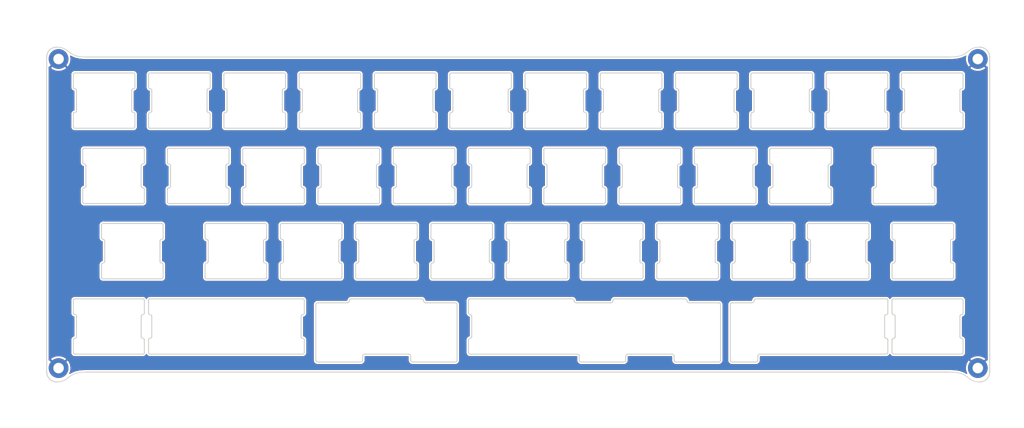
<source format=kicad_pcb>
(kicad_pcb (version 20210424) (generator pcbnew)
  (title_block (title "Static Plate") (date "2021-05-27") (rev "1.0") (company "0xCB") (comment 1 "Conor  Burns"))
  (layers (0 "F.Cu" signal) (31 "B.Cu" signal) (34 "B.Paste" user) (35 "F.Paste" user) (36 "B.SilkS" user "B.Silkscreen") (37 "F.SilkS" user "F.Silkscreen") (38 "B.Mask" user) (39 "F.Mask" user) (44 "Edge.Cuts" user))
  (net 0 "")
  (net 1 "GND")
  (footprint "MountingHole:MountingHole_2.5mm_Pad" (layer "F.Cu") (at 33.46 141.88)
    (fp_text reference "H2" hide)
    (fp_text value "MountingHole_Pad")
    (pad "1" thru_hole circle locked (at 0 0) (size 5 5) (drill 2.5) (layers *.Cu *.Mask) (net 1 "GND"))
  )
  (footprint "MountingHole:MountingHole_2.5mm_Pad" (layer "F.Cu") (at 266.06 141.87)
    (fp_text reference "H4" hide)
    (fp_text value "MountingHole_Pad")
    (pad "1" thru_hole circle locked (at 0 0) (size 5 5) (drill 2.5) (layers *.Cu *.Mask) (net 1 "GND"))
  )
  (footprint "MountingHole:MountingHole_2.5mm_Pad" (layer "F.Cu") (at 266.06 63.67)
    (fp_text reference "H3" hide)
    (fp_text value "MountingHole_Pad")
    (pad "1" thru_hole circle locked (at 0 0) (size 5 5) (drill 2.5) (layers *.Cu *.Mask) (net 1 "GND"))
  )
  (footprint "MountingHole:MountingHole_2.5mm_Pad" (layer "F.Cu") (at 33.46 63.67)
    (fp_text reference "H1" hide)
    (fp_text value "MountingHole_Pad")
    (pad "1" thru_hole circle locked (at 0 0) (size 5 5) (drill 2.5) (layers *.Cu *.Mask) (net 1 "GND"))
  )
  (gr_line (start 37.58375 138.35) (end 54.765 138.35) (layer "Edge.Cuts") (width 0.25))
  (gr_line (start 109.52375 71.200001) (end 109.54375 71.200001) (layer "Edge.Cuts") (width 0.25))
  (gr_arc (start 213.786249 86.640001) (end 213.786249 86.250001) (angle -90) (layer "Edge.Cuts") (width 0.25))
  (gr_line (start 118.53625 100.250001) (end 133.356249 100.250001) (layer "Edge.Cuts") (width 0.25))
  (gr_arc (start 204.271249 115.700001) (end 204.271249 115.300001) (angle -90) (layer "Edge.Cuts") (width 0.25))
  (gr_line (start 223.823749 71.200001) (end 223.843749 71.200001) (layer "Edge.Cuts") (width 0.25))
  (gr_arc (start 52.37375 76.810001) (end 51.98375 76.810001) (angle -90) (layer "Edge.Cuts") (width 0.25))
  (gr_line (start 259.542499 109.300001) (end 259.552499 109.300001) (layer "Edge.Cuts") (width 0.25))
  (gr_line (start 204.271249 119.300001) (end 219.071249 119.300001) (layer "Edge.Cuts") (width 0.25))
  (gr_arc (start 242.873749 71.590001) (end 242.873749 71.200001) (angle -90) (layer "Edge.Cuts") (width 0.25))
  (gr_line (start 171.046249 90.640001) (end 171.046249 95.860001) (layer "Edge.Cuts") (width 0.25))
  (gr_arc (start 54.765 99.850001) (end 54.765 100.250001) (angle -90) (layer "Edge.Cuts") (width 0.25))
  (gr_line (start 113.77375 81.200001) (end 128.593749 81.200001) (layer "Edge.Cuts") (width 0.25))
  (gr_line (start 194.346249 96.640001) (end 194.346249 99.860001) (layer "Edge.Cuts") (width 0.25))
  (gr_arc (start 133.336249 95.860001) (end 132.946249 95.860001) (angle -90) (layer "Edge.Cuts") (width 0.25))
  (gr_arc (start 238.121249 105.700001) (end 238.521249 105.700001) (angle -90) (layer "Edge.Cuts") (width 0.25))
  (gr_arc (start 110.9025 138.85) (end 110.9025 138.35) (angle -90) (layer "Edge.Cuts") (width 0.25))
  (gr_line (start 70.92125 105.300001) (end 85.72125 105.300001) (layer "Edge.Cuts") (width 0.25))
  (gr_line (start 209.556249 96.250001) (end 209.536249 96.250001) (layer "Edge.Cuts") (width 0.25))
  (gr_line (start 157.046249 90.640001) (end 157.046249 95.860001) (layer "Edge.Cuts") (width 0.25))
  (gr_arc (start 52.39375 67.590001) (end 52.78375 67.590001) (angle -90) (layer "Edge.Cuts") (width 0.25))
  (gr_line (start 99.04 140.35) (end 109.9025 140.35) (layer "Edge.Cuts") (width 0.25))
  (gr_arc (start 244.752499 137.95) (end 244.352499 137.95) (angle -90) (layer "Edge.Cuts") (width 0.25))
  (gr_arc (start 99.48625 86.640001) (end 99.48625 86.250001) (angle -90) (layer "Edge.Cuts") (width 0.25))
  (gr_line (start 142.861249 109.300001) (end 142.871249 109.300001) (layer "Edge.Cuts") (width 0.25))
  (gr_arc (start 71.44375 80.810001) (end 71.44375 81.200001) (angle -90) (layer "Edge.Cuts") (width 0.25))
  (gr_arc (start 204.271249 118.900001) (end 203.871249 118.900001) (angle -90) (layer "Edge.Cuts") (width 0.25))
  (gr_line (start 95.24625 134.35) (end 95.23625 134.35) (layer "Edge.Cuts") (width 0.25))
  (gr_arc (start 99.50625 90.640001) (end 99.89625 90.640001) (angle -90) (layer "Edge.Cuts") (width 0.25))
  (gr_line (start 104.37125 109.690001) (end 104.37125 114.910001) (layer "Edge.Cuts") (width 0.25))
  (gr_arc (start 94.72375 80.810001) (end 94.33375 80.810001) (angle -90) (layer "Edge.Cuts") (width 0.25))
  (gr_line (start 184.821249 105.700001) (end 184.821249 108.900001) (layer "Edge.Cuts") (width 0.25))
  (gr_arc (start 109.9025 139.85) (end 109.9025 140.35) (angle -90) (layer "Edge.Cuts") (width 0.25))
  (gr_arc (start 113.77375 80.810001) (end 113.38375 80.810001) (angle -90) (layer "Edge.Cuts") (width 0.25))
  (gr_line (start 208.633749 67.590001) (end 208.633749 70.810001) (layer "Edge.Cuts") (width 0.25))
  (gr_arc (start 109.54375 70.810001) (end 109.54375 71.200001) (angle -90) (layer "Edge.Cuts") (width 0.25))
  (gr_line (start 223.331249 115.300001) (end 223.321249 115.300001) (layer "Edge.Cuts") (width 0.25))
  (gr_line (start 228.073749 81.200001) (end 242.893749 81.200001) (layer "Edge.Cuts") (width 0.25))
  (gr_arc (start 204.793749 77.590001) (end 205.183749 77.590001) (angle -90) (layer "Edge.Cuts") (width 0.25))
  (gr_line (start 166.171249 109.300001) (end 166.181249 109.300001) (layer "Edge.Cuts") (width 0.25))
  (gr_line (start 171.436249 90.250001) (end 171.456249 90.250001) (layer "Edge.Cuts") (width 0.25))
  (gr_line (start 166.181249 115.300001) (end 166.171249 115.300001) (layer "Edge.Cuts") (width 0.25))
  (gr_line (start 54.365 90.640001) (end 54.365 95.860001) (layer "Edge.Cuts") (width 0.25))
  (gr_line (start 204.383749 71.590001) (end 204.383749 76.810001) (layer "Edge.Cuts") (width 0.25))
  (gr_line (start 37.57375 71.200001) (end 37.59375 71.200001) (layer "Edge.Cuts") (width 0.25))
  (gr_arc (start 75.69375 71.590001) (end 76.08375 71.590001) (angle -90) (layer "Edge.Cuts") (width 0.25))
  (gr_line (start 99.04 125.350001) (end 106.54 125.350001) (layer "Edge.Cuts") (width 0.25))
  (gr_line (start 113.38375 67.590001) (end 113.38375 70.810001) (layer "Edge.Cuts") (width 0.25))
  (gr_line (start 94.84625 90.640001) (end 94.84625 95.860001) (layer "Edge.Cuts") (width 0.25))
  (gr_arc (start 106.54 124.850001) (end 106.54 125.350001) (angle -90) (layer "Edge.Cuts") (width 0.25))
  (gr_arc (start 238.111249 114.910001) (end 237.721249 114.910001) (angle -90) (layer "Edge.Cuts") (width 0.25))
  (gr_arc (start 161.921249 105.700001) (end 162.321249 105.700001) (angle -90) (layer "Edge.Cuts") (width 0.25))
  (gr_arc (start 185.221249 105.700001) (end 185.221249 105.300001) (angle -90) (layer "Edge.Cuts") (width 0.25))
  (gr_line (start 209.023749 67.200001) (end 223.843749 67.200001) (layer "Edge.Cuts") (width 0.25))
  (gr_line (start 200.011249 109.300001) (end 200.021249 109.300001) (layer "Edge.Cuts") (width 0.25))
  (gr_arc (start 104.77125 118.900001) (end 104.77125 119.300001) (angle -90) (layer "Edge.Cuts") (width 0.25))
  (gr_arc (start 185.743749 70.810001) (end 185.743749 71.200001) (angle -90) (layer "Edge.Cuts") (width 0.25))
  (gr_line (start 242.483749 71.590001) (end 242.483749 76.810001) (layer "Edge.Cuts") (width 0.25))
  (gr_line (start 239.589999 96.650001) (end 239.589999 99.850001) (layer "Edge.Cuts") (width 0.25))
  (gr_line (start 71.44375 77.200001) (end 71.42375 77.200001) (layer "Edge.Cuts") (width 0.25))
  (gr_line (start 110.4025 138.85) (end 110.4025 139.85) (layer "Edge.Cuts") (width 0.25))
  (gr_arc (start 137.606249 128.74) (end 137.996249 128.74) (angle -90) (layer "Edge.Cuts") (width 0.25))
  (gr_arc (start 242.873749 76.810001) (end 242.483749 76.810001) (angle -90) (layer "Edge.Cuts") (width 0.25))
  (gr_arc (start 223.843749 77.590001) (end 224.233749 77.590001) (angle -90) (layer "Edge.Cuts") (width 0.25))
  (gr_line (start 166.693749 77.200001) (end 166.673749 77.200001) (layer "Edge.Cuts") (width 0.25))
  (gr_line (start 143.271249 108.900001) (end 143.271249 105.700001) (layer "Edge.Cuts") (width 0.25))
  (gr_line (start 152.386249 90.250001) (end 152.406249 90.250001) (layer "Edge.Cuts") (width 0.25))
  (gr_arc (start 37.59375 128.74) (end 37.98375 128.74) (angle -90) (layer "Edge.Cuts") (width 0.25))
  (gr_line (start 123.04 140.35) (end 133.802499 140.35) (layer "Edge.Cuts") (width 0.25))
  (gr_arc (start 142.861249 109.690001) (end 142.861249 109.300001) (angle -90) (layer "Edge.Cuts") (width 0.25))
  (gr_line (start 137.596249 124.350001) (end 163.402499 124.350001) (layer "Edge.Cuts") (width 0.25))
  (gr_line (start 213.806249 96.250001) (end 213.786249 96.250001) (layer "Edge.Cuts") (width 0.25))
  (gr_line (start 137.196249 96.640001) (end 137.196249 99.860001) (layer "Edge.Cuts") (width 0.25))
  (gr_arc (start 213.786249 96.640001) (end 213.786249 96.250001) (angle -90) (layer "Edge.Cuts") (width 0.25))
  (gr_arc (start 52.39375 70.810001) (end 52.39375 71.200001) (angle -90) (layer "Edge.Cuts") (width 0.25))
  (gr_line (start 261.933749 134.35) (end 261.923749 134.35) (layer "Edge.Cuts") (width 0.25))
  (gr_arc (start 242.893749 77.590001) (end 243.283749 77.590001) (angle -90) (layer "Edge.Cuts") (width 0.25))
  (gr_line (start 44.7275 119.300001) (end 59.5275 119.300001) (layer "Edge.Cuts") (width 0.25))
  (gr_arc (start 89.97125 118.900001) (end 89.57125 118.900001) (angle -90) (layer "Edge.Cuts") (width 0.25))
  (gr_line (start 85.71125 109.300001) (end 85.72125 109.300001) (layer "Edge.Cuts") (width 0.25))
  (gr_line (start 90.88375 80.810001) (end 90.88375 77.590001) (layer "Edge.Cuts") (width 0.25))
  (gr_arc (start 54.765 96.650001) (end 55.165 96.650001) (angle -90) (layer "Edge.Cuts") (width 0.25))
  (gr_line (start 170.923749 67.200001) (end 185.743749 67.200001) (layer "Edge.Cuts") (width 0.25))
  (gr_line (start 128.071249 109.300001) (end 128.081249 109.300001) (layer "Edge.Cuts") (width 0.25))
  (gr_line (start 39.565 96.650001) (end 39.565 99.850001) (layer "Edge.Cuts") (width 0.25))
  (gr_line (start 55.165 89.850001) (end 55.165 86.650001) (layer "Edge.Cuts") (width 0.25))
  (gr_line (start 137.196249 124.750001) (end 137.196249 127.95) (layer "Edge.Cuts") (width 0.25))
  (gr_arc (start 151.873749 77.590001) (end 151.873749 77.200001) (angle -90) (layer "Edge.Cuts") (width 0.25))
  (gr_arc (start 132.823749 70.810001) (end 132.433749 70.810001) (angle -90) (layer "Edge.Cuts") (width 0.25))
  (gr_arc (start 209.556249 86.640001) (end 209.946249 86.640001) (angle -90) (layer "Edge.Cuts") (width 0.25))
  (gr_arc (start 61.38625 96.640001) (end 61.38625 96.250001) (angle -90) (layer "Edge.Cuts") (width 0.25))
  (gr_arc (start 261.923749 76.810001) (end 261.533749 76.810001) (angle -90) (layer "Edge.Cuts") (width 0.25))
  (gr_line (start 189.973749 81.200001) (end 204.793749 81.200001) (layer "Edge.Cuts") (width 0.25))
  (gr_line (start 113.79375 77.200001) (end 113.77375 77.200001) (layer "Edge.Cuts") (width 0.25))
  (gr_line (start 228.196249 90.640001) (end 228.196249 95.860001) (layer "Edge.Cuts") (width 0.25))
  (gr_arc (start 59.5175 109.690001) (end 59.5175 109.300001) (angle -90) (layer "Edge.Cuts") (width 0.25))
  (gr_line (start 147.131249 115.300001) (end 147.121249 115.300001) (layer "Edge.Cuts") (width 0.25))
  (gr_arc (start 244.762499 133.96) (end 244.762499 134.35) (angle -90) (layer "Edge.Cuts") (width 0.25))
  (gr_line (start 90.37125 109.690001) (end 90.37125 114.910001) (layer "Edge.Cuts") (width 0.25))
  (gr_line (start 209.946249 99.860001) (end 209.946249 96.640001) (layer "Edge.Cuts") (width 0.25))
  (gr_line (start 209.043749 77.200001) (end 209.023749 77.200001) (layer "Edge.Cuts") (width 0.25))
  (gr_arc (start 147.643749 80.810001) (end 147.643749 81.200001) (angle -90) (layer "Edge.Cuts") (width 0.25))
  (gr_line (start 189.214999 138.85) (end 189.214999 139.85) (layer "Edge.Cuts") (width 0.25))
  (gr_line (start 218.671249 109.690001) (end 218.671249 114.910001) (layer "Edge.Cuts") (width 0.25))
  (gr_line (start 161.911249 109.300001) (end 161.921249 109.300001) (layer "Edge.Cuts") (width 0.25))
  (gr_line (start 61.40625 96.250001) (end 61.38625 96.250001) (layer "Edge.Cuts") (width 0.25))
  (gr_line (start 147.233749 71.590001) (end 147.233749 76.810001) (layer "Edge.Cuts") (width 0.25))
  (gr_arc (start 228.073749 67.590001) (end 228.073749 67.200001) (angle -90) (layer "Edge.Cuts") (width 0.25))
  (gr_line (start 37.58375 124.350001) (end 54.765 124.350001) (layer "Edge.Cuts") (width 0.25))
  (gr_arc (start 259.542499 114.910001) (end 259.152499 114.910001) (angle -90) (layer "Edge.Cuts") (width 0.25))
  (gr_line (start 228.606249 96.250001) (end 228.586249 96.250001) (layer "Edge.Cuts") (width 0.25))
  (gr_arc (start 238.121249 118.900001) (end 238.121249 119.300001) (angle -90) (layer "Edge.Cuts") (width 0.25))
  (gr_line (start 244.352499 115.700001) (end 244.352499 118.900001) (layer "Edge.Cuts") (width 0.25))
  (gr_arc (start 228.073749 70.810001) (end 227.683749 70.810001) (angle -90) (layer "Edge.Cuts") (width 0.25))
  (gr_line (start 209.933749 124.350001) (end 242.883749 124.350001) (layer "Edge.Cuts") (width 0.25))
  (gr_line (start 59.5275 115.300001) (end 59.5175 115.300001) (layer "Edge.Cuts") (width 0.25))
  (gr_line (start 205.183749 70.810001) (end 205.183749 67.590001) (layer "Edge.Cuts") (width 0.25))
  (gr_line (start 181.371249 108.900001) (end 181.371249 105.700001) (layer "Edge.Cuts") (width 0.25))
  (gr_arc (start 133.336249 90.640001) (end 133.336249 90.250001) (angle -90) (layer "Edge.Cuts") (width 0.25))
  (gr_arc (start 132.823749 67.590001) (end 132.823749 67.200001) (angle -90) (layer "Edge.Cuts") (width 0.25))
  (gr_arc (start 175.686249 86.640001) (end 175.686249 86.250001) (angle -90) (layer "Edge.Cuts") (width 0.25))
  (gr_arc (start 213.786249 89.860001) (end 213.396249 89.860001) (angle -90) (layer "Edge.Cuts") (width 0.25))
  (gr_arc (start 133.802499 139.85) (end 133.802499 140.35) (angle -90) (layer "Edge.Cuts") (width 0.25))
  (gr_arc (start 239.989999 99.850001) (end 239.589999 99.850001) (angle -90) (layer "Edge.Cuts") (width 0.25))
  (gr_line (start 114.30625 96.250001) (end 114.28625 96.250001) (layer "Edge.Cuts") (width 0.25))
  (gr_line (start 89.97125 119.300001) (end 104.77125 119.300001) (layer "Edge.Cuts") (width 0.25))
  (gr_arc (start 99.50625 95.860001) (end 99.50625 96.250001) (angle -90) (layer "Edge.Cuts") (width 0.25))
  (gr_line (start 137.196249 134.75) (end 137.196249 137.95) (layer "Edge.Cuts") (width 0.25))
  (gr_line (start 152.796249 89.860001) (end 152.796249 86.640001) (layer "Edge.Cuts") (width 0.25))
  (gr_arc (start 180.971249 115.700001) (end 181.371249 115.700001) (angle -90) (layer "Edge.Cuts") (width 0.25))
  (gr_arc (start 137.606249 90.640001) (end 137.996249 90.640001) (angle -90) (layer "Edge.Cuts") (width 0.25))
  (gr_line (start 243.283749 137.95) (end 243.283749 134.75) (layer "Edge.Cuts") (width 0.25))
  (gr_arc (start 109.02125 108.900001) (end 108.62125 108.900001) (angle -90) (layer "Edge.Cuts") (width 0.25))
  (gr_line (start 133.356249 96.250001) (end 133.336249 96.250001) (layer "Edge.Cuts") (width 0.25))
  (gr_arc (start 244.752499 127.95) (end 244.352499 127.95) (angle -90) (layer "Edge.Cuts") (width 0.25))
  (gr_arc (start 133.802499 125.85) (end 134.302499 125.85) (angle -90) (layer "Edge.Cuts") (width 0.25))
  (gr_arc (start 261.923749 71.590001) (end 261.923749 71.200001) (angle -90) (layer "Edge.Cuts") (width 0.25))
  (gr_arc (start 54.765 134.75) (end 55.165 134.75) (angle -90) (layer "Edge.Cuts") (width 0.25))
  (gr_arc (start 128.593749 77.590001) (end 128.983749 77.590001) (angle -90) (layer "Edge.Cuts") (width 0.25))
  (gr_circle (center 33.45875 63.675001) (end 34.70875 63.675001) (layer "Edge.Cuts") (width 0.25) (fill none))
  (gr_arc (start 147.623749 76.810001) (end 147.233749 76.810001) (angle -90) (layer "Edge.Cuts") (width 0.25))
  (gr_arc (start 166.693749 80.810001) (end 166.693749 81.200001) (angle -90) (layer "Edge.Cuts") (width 0.25))
  (gr_line (start 56.62375 81.200001) (end 71.44375 81.200001) (layer "Edge.Cuts") (width 0.25))
  (gr_arc (start 109.52375 76.810001) (end 109.13375 76.810001) (angle -90) (layer "Edge.Cuts") (width 0.25))
  (gr_arc (start 113.77375 67.590001) (end 113.77375 67.200001) (angle -90) (layer "Edge.Cuts") (width 0.25))
  (gr_line (start 123.42125 109.690001) (end 123.42125 114.910001) (layer "Edge.Cuts") (width 0.25))
  (gr_line (start 55.165 127.95) (end 55.165 124.750001) (layer "Edge.Cuts") (width 0.25))
  (gr_line (start 94.72375 67.200001) (end 109.54375 67.200001) (layer "Edge.Cuts") (width 0.25))
  (gr_line (start 261.923749 71.200001) (end 261.943749 71.200001) (layer "Edge.Cuts") (width 0.25))
  (gr_arc (start 174.214999 124.850001) (end 174.214999 124.350001) (angle -90) (layer "Edge.Cuts") (width 0.25))
  (gr_arc (start 244.752499 134.75) (end 244.752499 134.35) (angle -90) (layer "Edge.Cuts") (width 0.25))
  (gr_line (start 246.733749 77.590001) (end 246.733749 80.810001) (layer "Edge.Cuts") (width 0.25))
  (gr_arc (start 147.623749 71.590001) (end 147.623749 71.200001) (angle -90) (layer "Edge.Cuts") (width 0.25))
  (gr_arc (start 37.57375 70.810001) (end 37.18375 70.810001) (angle -90) (layer "Edge.Cuts") (width 0.25))
  (gr_line (start 44.3275 115.700001) (end 44.3275 118.900001) (layer "Edge.Cuts") (width 0.25))
  (gr_line (start 90.49375 77.200001) (end 90.47375 77.200001) (layer "Edge.Cuts") (width 0.25))
  (gr_line (start 170.533749 67.590001) (end 170.533749 70.810001) (layer "Edge.Cuts") (width 0.25))
  (gr_arc (start 177.477499 138.85) (end 177.477499 138.35) (angle -90) (layer "Edge.Cuts") (width 0.25))
  (gr_line (start 219.071249 115.300001) (end 219.061249 115.300001) (layer "Edge.Cuts") (width 0.25))
  (gr_arc (start 254.779999 95.860001) (end 254.389999 95.860001) (angle -90) (layer "Edge.Cuts") (width 0.25))
  (gr_arc (start 52.39375 80.810001) (end 52.39375 81.200001) (angle -90) (layer "Edge.Cuts") (width 0.25))
  (gr_arc (start 104.77125 115.700001) (end 105.17125 115.700001) (angle -90) (layer "Edge.Cuts") (width 0.25))
  (gr_arc (start 56.64375 76.810001) (end 56.64375 77.200001) (angle -90) (layer "Edge.Cuts") (width 0.25))
  (gr_arc (start 76.20625 86.640001) (end 76.59625 86.640001) (angle -90) (layer "Edge.Cuts") (width 0.25))
  (gr_line (start 75.28375 67.590001) (end 75.28375 70.810001) (layer "Edge.Cuts") (width 0.25))
  (gr_line (start 37.59375 77.200001) (end 37.57375 77.200001) (layer "Edge.Cuts") (width 0.25))
  (gr_arc (start 90.49375 77.590001) (end 90.88375 77.590001) (angle -90) (layer "Edge.Cuts") (width 0.25))
  (gr_arc (start 244.762499 128.74) (end 245.152499 128.74) (angle -90) (layer "Edge.Cuts") (width 0.25))
  (gr_arc (start 95.25625 86.640001) (end 95.64625 86.640001) (angle -90) (layer "Edge.Cuts") (width 0.25))
  (gr_line (start 189.993749 77.200001) (end 189.973749 77.200001) (layer "Edge.Cuts") (width 0.25))
  (gr_line (start 56.63375 138.35) (end 95.24625 138.35) (layer "Edge.Cuts") (width 0.25))
  (gr_line (start 247.533749 71.590001) (end 247.533749 76.810001) (layer "Edge.Cuts") (width 0.25))
  (gr_line (start 151.873749 81.200001) (end 166.693749 81.200001) (layer "Edge.Cuts") (width 0.25))
  (gr_line (start 89.97125 109.300001) (end 89.98125 109.300001) (layer "Edge.Cuts") (width 0.25))
  (gr_arc (start 219.061249 114.910001) (end 218.671249 114.910001) (angle -90) (layer "Edge.Cuts") (width 0.25))
  (gr_arc (start 209.556249 89.860001) (end 209.556249 90.250001) (angle -90) (layer "Edge.Cuts") (width 0.25))
  (gr_line (start 186.133749 80.810001) (end 186.133749 77.590001) (layer "Edge.Cuts") (width 0.25))
  (gr_line (start 80.84625 90.640001) (end 80.84625 95.860001) (layer "Edge.Cuts") (width 0.25))
  (gr_arc (start 247.123749 80.810001) (end 246.733749 80.810001) (angle -90) (layer "Edge.Cuts") (width 0.25))
  (gr_line (start 189.714999 140.35) (end 200.477499 140.35) (layer "Edge.Cuts") (width 0.25))
  (gr_arc (start 204.271249 105.700001) (end 204.271249 105.300001) (angle -90) (layer "Edge.Cuts") (width 0.25))
  (gr_line (start 95.64625 99.860001) (end 95.64625 96.640001) (layer "Edge.Cuts") (width 0.25))
  (gr_arc (start 228.073749 80.810001) (end 227.683749 80.810001) (angle -90) (layer "Edge.Cuts") (width 0.25))
  (gr_line (start 128.593749 77.200001) (end 128.573749 77.200001) (layer "Edge.Cuts") (width 0.25))
  (gr_arc (start 123.81125 109.690001) (end 123.81125 109.300001) (angle -90) (layer "Edge.Cuts") (width 0.25))
  (gr_line (start 132.843749 77.200001) (end 132.823749 77.200001) (layer "Edge.Cuts") (width 0.25))
  (gr_line (start 209.946249 89.860001) (end 209.946249 86.640001) (layer "Edge.Cuts") (width 0.25))
  (gr_line (start 259.152499 109.690001) (end 259.152499 114.910001) (layer "Edge.Cuts") (width 0.25))
  (gr_arc (start 85.72125 108.900001) (end 85.72125 109.300001) (angle -90) (layer "Edge.Cuts") (width 0.25))
  (gr_arc (start 228.606249 89.860001) (end 228.606249 90.250001) (angle -90) (layer "Edge.Cuts") (width 0.25))
  (gr_arc (start 118.55625 90.640001) (end 118.94625 90.640001) (angle -90) (layer "Edge.Cuts") (width 0.25))
  (gr_arc (start 123.82125 115.700001) (end 124.22125 115.700001) (angle -90) (layer "Edge.Cuts") (width 0.25))
  (gr_line (start 210.402499 138.85) (end 210.402499 139.85) (layer "Edge.Cuts") (width 0.25))
  (gr_arc (start 137.596249 134.75) (end 137.596249 134.35) (angle -90) (layer "Edge.Cuts") (width 0.25))
  (gr_line (start 109.02125 109.300001) (end 109.03125 109.300001) (layer "Edge.Cuts") (width 0.25))
  (gr_arc (start 114.30625 86.640001) (end 114.69625 86.640001) (angle -90) (layer "Edge.Cuts") (width 0.25))
  (gr_line (start 243.283749 127.95) (end 243.283749 124.750001) (layer "Edge.Cuts") (width 0.25))
  (gr_line (start 203.871249 105.700001) (end 203.871249 108.900001) (layer "Edge.Cuts") (width 0.25))
  (gr_arc (start 94.74375 71.590001) (end 95.13375 71.590001) (angle -90) (layer "Edge.Cuts") (width 0.25))
  (gr_arc (start 166.673749 76.810001) (end 166.283749 76.810001) (angle -90) (layer "Edge.Cuts") (width 0.25))
  (gr_line (start 255.189999 99.850001) (end 255.189999 96.650001) (layer "Edge.Cuts") (width 0.25))
  (gr_arc (start 200.011249 109.690001) (end 200.011249 109.300001) (angle -90) (layer "Edge.Cuts") (width 0.25))
  (gr_line (start 142.471249 109.690001) (end 142.471249 114.910001) (layer "Edge.Cuts") (width 0.25))
  (gr_line (start 75.28375 77.590001) (end 75.28375 80.810001) (layer "Edge.Cuts") (width 0.25))
  (gr_arc (start 126.302499 124.850001) (end 125.8025 124.850001) (angle -90) (layer "Edge.Cuts") (width 0.25))
  (gr_arc (start 85.72125 105.700001) (end 86.12125 105.700001) (angle -90) (layer "Edge.Cuts") (width 0.25))
  (gr_line (start 151.483749 67.590001) (end 151.483749 70.810001) (layer "Edge.Cuts") (width 0.25))
  (gr_arc (start 75.67375 77.590001) (end 75.67375 77.200001) (angle -90) (layer "Edge.Cuts") (width 0.25))
  (gr_arc (start 185.723749 71.590001) (end 185.723749 71.200001) (angle -90) (layer "Edge.Cuts") (width 0.25))
  (gr_line (start 152.283749 71.590001) (end 152.283749 76.810001) (layer "Edge.Cuts") (width 0.25))
  (gr_arc (start 261.933749 127.95) (end 261.933749 128.35) (angle -90) (layer "Edge.Cuts") (width 0.25))
  (gr_arc (start 128.573749 71.590001) (end 128.573749 71.200001) (angle -90) (layer "Edge.Cuts") (width 0.25))
  (gr_arc (start 39.965 96.650001) (end 39.965 96.250001) (angle -90) (layer "Edge.Cuts") (width 0.25))
  (gr_arc (start 44.7375 114.910001) (end 44.7375 115.300001) (angle -90) (layer "Edge.Cuts") (width 0.25))
  (gr_arc (start 242.883749 127.95) (end 242.883749 128.35) (angle -90) (layer "Edge.Cuts") (width 0.25))
  (gr_line (start 204.671249 109.690001) (end 204.671249 114.910001) (layer "Edge.Cuts") (width 0.25))
  (gr_arc (start 192.977499 124.850001) (end 192.477499 124.850001) (angle -90) (layer "Edge.Cuts") (width 0.25))
  (gr_arc (start 61.40625 90.640001) (end 61.79625 90.640001) (angle -90) (layer "Edge.Cuts") (width 0.25))
  (gr_line (start 213.786249 86.250001) (end 228.606249 86.250001) (layer "Edge.Cuts") (width 0.25))
  (gr_arc (start 247.123749 70.810001) (end 246.733749 70.810001) (angle -90) (layer "Edge.Cuts") (width 0.25))
  (gr_line (start 239.989999 90.250001) (end 239.999999 90.250001) (layer "Edge.Cuts") (width 0.25))
  (gr_line (start 175.296249 86.640001) (end 175.296249 89.860001) (layer "Edge.Cuts") (width 0.25))
  (gr_arc (start 95.23625 128.74) (end 95.23625 128.35) (angle -90) (layer "Edge.Cuts") (width 0.25))
  (gr_arc (start 137.586249 86.640001) (end 137.586249 86.250001) (angle -90) (layer "Edge.Cuts") (width 0.25))
  (gr_arc (start 80.45625 90.640001) (end 80.84625 90.640001) (angle -90) (layer "Edge.Cuts") (width 0.25))
  (gr_arc (start 185.231249 109.690001) (end 185.621249 109.690001) (angle -90) (layer "Edge.Cuts") (width 0.25))
  (gr_arc (start 104.77125 105.700001) (end 105.17125 105.700001) (angle -90) (layer "Edge.Cuts") (width 0.25))
  (gr_line (start 108.62125 105.700001) (end 108.62125 108.900001) (layer "Edge.Cuts") (width 0.25))
  (gr_line (start 71.83375 70.810001) (end 71.83375 67.590001) (layer "Edge.Cuts") (width 0.25))
  (gr_arc (start 61.38625 99.860001) (end 60.99625 99.860001) (angle -90) (layer "Edge.Cuts") (width 0.25))
  (gr_arc (start 152.406249 89.860001) (end 152.406249 90.250001) (angle -90) (layer "Edge.Cuts") (width 0.25))
  (gr_curve (pts (xy 259.058749 63.175001) (xy 264.058749 63.175001) (xy 263.058749 60.675001) (xy 266.558749 60.675001)) (layer "Edge.Cuts") (width 0.2))
  (gr_line (start 203.871249 115.700001) (end 203.871249 118.900001) (layer "Edge.Cuts") (width 0.25))
  (gr_arc (start 209.023749 77.590001) (end 209.023749 77.200001) (angle -90) (layer "Edge.Cuts") (width 0.25))
  (gr_line (start 45.1275 109.690001) (end 45.1275 114.910001) (layer "Edge.Cuts") (width 0.25))
  (gr_line (start 39.965 90.250001) (end 39.975 90.250001) (layer "Edge.Cuts") (width 0.25))
  (gr_arc (start 242.893749 80.810001) (end 242.893749 81.200001) (angle -90) (layer "Edge.Cuts") (width 0.25))
  (gr_arc (start 70.92125 105.700001) (end 70.92125 105.300001) (angle -90) (layer "Edge.Cuts") (width 0.25))
  (gr_line (start 244.752499 124.350001) (end 261.933749 124.350001) (layer "Edge.Cuts") (width 0.25))
  (gr_line (start 156.246249 86.640001) (end 156.246249 89.860001) (layer "Edge.Cuts") (width 0.25))
  (gr_arc (start 223.321249 118.900001) (end 222.921249 118.900001) (angle -90) (layer "Edge.Cuts") (width 0.25))
  (gr_line (start 56.23375 67.590001) (end 56.23375 70.810001) (layer "Edge.Cuts") (width 0.25))
  (gr_arc (start 94.72375 67.590001) (end 94.72375 67.200001) (angle -90) (layer "Edge.Cuts") (width 0.25))
  (gr_arc (start 39.965 86.650001) (end 39.965 86.250001) (angle -90) (layer "Edge.Cuts") (width 0.25))
  (gr_arc (start 147.643749 70.810001) (end 147.643749 71.200001) (angle -90) (layer "Edge.Cuts") (width 0.25))
  (gr_line (start 166.171249 119.300001) (end 180.971249 119.300001) (layer "Edge.Cuts") (width 0.25))
  (gr_arc (start 176.477499 139.85) (end 176.477499 140.35) (angle -90) (layer "Edge.Cuts") (width 0.25))
  (gr_arc (start 95.25625 96.640001) (end 95.64625 96.640001) (angle -90) (layer "Edge.Cuts") (width 0.25))
  (gr_arc (start 213.786249 99.860001) (end 213.396249 99.860001) (angle -90) (layer "Edge.Cuts") (width 0.25))
  (gr_arc (start 89.97125 105.700001) (end 89.97125 105.300001) (angle -90) (layer "Edge.Cuts") (width 0.25))
  (gr_line (start 137.586249 90.250001) (end 137.606249 90.250001) (layer "Edge.Cuts") (width 0.25))
  (gr_line (start 54.765 134.35) (end 54.755 134.35) (layer "Edge.Cuts") (width 0.25))
  (gr_line (start 200.421249 118.900001) (end 200.421249 115.700001) (layer "Edge.Cuts") (width 0.25))
  (gr_line (start 124.22125 108.900001) (end 124.22125 105.700001) (layer "Edge.Cuts") (width 0.25))
  (gr_line (start 244.352499 105.700001) (end 244.352499 108.900001) (layer "Edge.Cuts") (width 0.25))
  (gr_line (start 118.53625 90.250001) (end 118.55625 90.250001) (layer "Edge.Cuts") (width 0.25))
  (gr_arc (start 128.081249 114.910001) (end 128.081249 115.300001) (angle -90) (layer "Edge.Cuts") (width 0.25))
  (gr_line (start 147.121249 119.300001) (end 161.921249 119.300001) (layer "Edge.Cuts") (width 0.25))
  (gr_arc (start 175.686249 99.860001) (end 175.296249 99.860001) (angle -90) (layer "Edge.Cuts") (width 0.25))
  (gr_arc (start 44.7275 118.900001) (end 44.3275 118.900001) (angle -90) (layer "Edge.Cuts") (width 0.25))
  (gr_arc (start 190.486249 95.860001) (end 190.096249 95.860001) (angle -90) (layer "Edge.Cuts") (width 0.25))
  (gr_line (start 132.946249 90.640001) (end 132.946249 95.860001) (layer "Edge.Cuts") (width 0.25))
  (gr_line (start 245.152499 109.690001) (end 245.152499 114.910001) (layer "Edge.Cuts") (width 0.25))
  (gr_arc (start 113.77375 70.810001) (end 113.38375 70.810001) (angle -90) (layer "Edge.Cuts") (width 0.25))
  (gr_line (start 204.793749 77.200001) (end 204.773749 77.200001) (layer "Edge.Cuts") (width 0.25))
  (gr_arc (start 244.762499 109.690001) (end 245.152499 109.690001) (angle -90) (layer "Edge.Cuts") (width 0.25))
  (gr_arc (start 200.021249 115.700001) (end 200.421249 115.700001) (angle -90) (layer "Edge.Cuts") (width 0.25))
  (gr_line (start 247.143749 77.200001) (end 247.123749 77.200001) (layer "Edge.Cuts") (width 0.25))
  (gr_arc (start 200.021249 105.700001) (end 200.421249 105.700001) (angle -90) (layer "Edge.Cuts") (width 0.25))
  (gr_line (start 261.943749 77.200001) (end 261.923749 77.200001) (layer "Edge.Cuts") (width 0.25))
  (gr_arc (start 194.736249 96.640001) (end 194.736249 96.250001) (angle -90) (layer "Edge.Cuts") (width 0.25))
  (gr_line (start 128.183749 71.590001) (end 128.183749 76.810001) (layer "Edge.Cuts") (width 0.25))
  (gr_arc (start 80.43625 89.860001) (end 80.04625 89.860001) (angle -90) (layer "Edge.Cuts") (width 0.25))
  (gr_line (start 148.033749 80.810001) (end 148.033749 77.590001) (layer "Edge.Cuts") (width 0.25))
  (gr_arc (start 94.72375 70.810001) (end 94.33375 70.810001) (angle -90) (layer "Edge.Cuts") (width 0.25))
  (gr_line (start 56.23375 134.75) (end 56.23375 137.95) (layer "Edge.Cuts") (width 0.25))
  (gr_line (start 126.302499 125.350001) (end 133.802499 125.350001) (layer "Edge.Cuts") (width 0.25))
  (gr_line (start 44.3275 105.700001) (end 44.3275 108.900001) (layer "Edge.Cuts") (width 0.25))
  (gr_arc (start 254.789999 86.650001) (end 255.189999 86.650001) (angle -90) (layer "Edge.Cuts") (width 0.25))
  (gr_arc (start 76.18625 95.860001) (end 75.79625 95.860001) (angle -90) (layer "Edge.Cuts") (width 0.25))
  (gr_arc (start 147.643749 77.590001) (end 148.033749 77.590001) (angle -90) (layer "Edge.Cuts") (width 0.25))
  (gr_line (start 132.823749 81.200001) (end 147.643749 81.200001) (layer "Edge.Cuts") (width 0.25))
  (gr_arc (start 209.536249 95.860001) (end 209.146249 95.860001) (angle -90) (layer "Edge.Cuts") (width 0.25))
  (gr_arc (start 170.923749 67.590001) (end 170.923749 67.200001) (angle -90) (layer "Edge.Cuts") (width 0.25))
  (gr_line (start 99.09625 86.640001) (end 99.09625 89.860001) (layer "Edge.Cuts") (width 0.25))
  (gr_line (start 244.352499 134.75) (end 244.352499 137.95) (layer "Edge.Cuts") (width 0.25))
  (gr_line (start 190.506249 96.250001) (end 190.486249 96.250001) (layer "Edge.Cuts") (width 0.25))
  (gr_arc (start 239.989999 96.650001) (end 239.989999 96.250001) (angle -90) (layer "Edge.Cuts") (width 0.25))
  (gr_line (start 254.789999 96.250001) (end 254.779999 96.250001) (layer "Edge.Cuts") (width 0.25))
  (gr_line (start 200.421249 108.900001) (end 200.421249 105.700001) (layer "Edge.Cuts") (width 0.25))
  (gr_arc (start 244.752499 105.700001) (end 244.752499 105.300001) (angle -90) (layer "Edge.Cuts") (width 0.25))
  (gr_line (start 95.23625 128.35) (end 95.24625 128.35) (layer "Edge.Cuts") (width 0.25))
  (gr_arc (start 109.02125 115.700001) (end 109.02125 115.300001) (angle -90) (layer "Edge.Cuts") (width 0.25))
  (gr_line (start 192.977499 125.350001) (end 200.477499 125.350001) (layer "Edge.Cuts") (width 0.25))
  (gr_line (start 239.589999 86.650001) (end 239.589999 89.850001) (layer "Edge.Cuts") (width 0.25))
  (gr_line (start 114.28625 90.250001) (end 114.30625 90.250001) (layer "Edge.Cuts") (width 0.25))
  (gr_arc (start 156.636249 89.860001) (end 156.246249 89.860001) (angle -90) (layer "Edge.Cuts") (width 0.25))
  (gr_line (start 110.9025 138.35) (end 122.04 138.35) (layer "Edge.Cuts") (width 0.25))
  (gr_arc (start 37.57375 80.810001) (end 37.18375 80.810001) (angle -90) (layer "Edge.Cuts") (width 0.25))
  (gr_arc (start 204.793749 67.590001) (end 205.183749 67.590001) (angle -90) (layer "Edge.Cuts") (width 0.25))
  (gr_arc (start 213.806249 90.640001) (end 214.196249 90.640001) (angle -90) (layer "Edge.Cuts") (width 0.25))
  (gr_line (start 108.62125 115.700001) (end 108.62125 118.900001) (layer "Edge.Cuts") (width 0.25))
  (gr_arc (start 259.552499 108.900001) (end 259.552499 109.300001) (angle -90) (layer "Edge.Cuts") (width 0.25))
  (gr_arc (start 37.58375 134.75) (end 37.58375 134.35) (angle -90) (layer "Edge.Cuts") (width 0.25))
  (gr_line (start 239.999999 96.250001) (end 239.989999 96.250001) (layer "Edge.Cuts") (width 0.25))
  (gr_arc (start 170.943749 76.810001) (end 170.943749 77.200001) (angle -90) (layer "Edge.Cuts") (width 0.25))
  (gr_arc (start 95.25625 99.860001) (end 95.25625 100.250001) (angle -90) (layer "Edge.Cuts") (width 0.25))
  (gr_line (start 262.333749 80.810001) (end 262.333749 77.590001) (layer "Edge.Cuts") (width 0.25))
  (gr_line (start 238.121249 115.300001) (end 238.111249 115.300001) (layer "Edge.Cuts") (width 0.25))
  (gr_arc (start 219.061249 109.690001) (end 219.061249 109.300001) (angle -90) (layer "Edge.Cuts") (width 0.25))
  (gr_line (start 75.67375 71.200001) (end 75.69375 71.200001) (layer "Edge.Cuts") (width 0.25))
  (gr_line (start 223.843749 77.200001) (end 223.823749 77.200001) (layer "Edge.Cuts") (width 0.25))
  (gr_arc (start 219.071249 105.700001) (end 219.471249 105.700001) (angle -90) (layer "Edge.Cuts") (width 0.25))
  (gr_arc (start 95.23625 133.96) (end 94.84625 133.96) (angle -90) (layer "Edge.Cuts") (width 0.25))
  (gr_line (start 107.54 124.350001) (end 125.3025 124.350001) (layer "Edge.Cuts") (width 0.25))
  (gr_arc (start 156.636249 99.860001) (end 156.246249 99.860001) (angle -90) (layer "Edge.Cuts") (width 0.25))
  (gr_arc (start 244.752499 124.750001) (end 244.752499 124.350001) (angle -90) (layer "Edge.Cuts") (width 0.25))
  (gr_arc (start 118.53625 89.860001) (end 118.14625 89.860001) (angle -90) (layer "Edge.Cuts") (width 0.25))
  (gr_line (start 132.823749 71.200001) (end 132.843749 71.200001) (layer "Edge.Cuts") (width 0.25))
  (gr_arc (start 152.386249 95.860001) (end 151.996249 95.860001) (angle -90) (layer "Edge.Cuts") (width 0.25))
  (gr_arc (start 122.04 138.85) (end 122.54 138.85) (angle -90) (layer "Edge.Cuts") (width 0.25))
  (gr_arc (start 37.57375 77.590001) (end 37.57375 77.200001) (angle -90) (layer "Edge.Cuts") (width 0.25))
  (gr_line (start 176.977499 138.85) (end 176.977499 139.85) (layer "Edge.Cuts") (width 0.25))
  (gr_arc (start 200.477499 139.85) (end 200.477499 140.35) (angle -90) (layer "Edge.Cuts") (width 0.25))
  (gr_arc (start 189.993749 71.590001) (end 190.383749 71.590001) (angle -90) (layer "Edge.Cuts") (width 0.25))
  (gr_arc (start 147.121249 115.700001) (end 147.121249 115.300001) (angle -90) (layer "Edge.Cuts") (width 0.25))
  (gr_arc (start 185.743749 67.590001) (end 186.133749 67.590001) (angle -90) (layer "Edge.Cuts") (width 0.25))
  (gr_arc (start 147.643749 67.590001) (end 148.033749 67.590001) (angle -90) (layer "Edge.Cuts") (width 0.25))
  (gr_arc (start 170.923749 70.810001) (end 170.533749 70.810001) (angle -90) (layer "Edge.Cuts") (width 0.25))
  (gr_line (start 228.093749 77.200001) (end 228.073749 77.200001) (layer "Edge.Cuts") (width 0.25))
  (gr_arc (start 209.023749 67.590001) (end 209.023749 67.200001) (angle -90) (layer "Edge.Cuts") (width 0.25))
  (gr_arc (start 76.20625 99.860001) (end 76.20625 100.250001) (angle -90) (layer "Edge.Cuts") (width 0.25))
  (gr_line (start 189.973749 67.200001) (end 204.793749 67.200001) (layer "Edge.Cuts") (width 0.25))
  (gr_arc (start 137.606249 133.96) (end 137.606249 134.35) (angle -90) (layer "Edge.Cuts") (width 0.25))
  (gr_line (start 259.058749 142.875) (end 40.45875 142.875) (layer "Edge.Cuts") (width 0.25))
  (gr_line (start 242.873749 71.200001) (end 242.893749 71.200001) (layer "Edge.Cuts") (width 0.25))
  (gr_arc (start 37.57375 67.590001) (end 37.57375 67.200001) (angle -90) (layer "Edge.Cuts") (width 0.25))
  (gr_line (start 70.93125 115.300001) (end 70.92125 115.300001) (layer "Edge.Cuts") (width 0.25))
  (gr_line (start 194.736249 90.250001) (end 194.756249 90.250001) (layer "Edge.Cuts") (width 0.25))
  (gr_line (start 137.996249 90.640001) (end 137.996249 95.860001) (layer "Edge.Cuts") (width 0.25))
  (gr_line (start 261.533749 128.74) (end 261.533749 133.96) (layer "Edge.Cuts") (width 0.25))
  (gr_arc (start 228.073749 77.590001) (end 228.073749 77.200001) (angle -90) (layer "Edge.Cuts") (width 0.25))
  (gr_line (start 54.365 128.74) (end 54.365 133.96) (layer "Edge.Cuts") (width 0.25))
  (gr_line (start 175.686249 100.250001) (end 190.506249 100.250001) (layer "Edge.Cuts") (width 0.25))
  (gr_arc (start 56.62375 70.810001) (end 56.23375 70.810001) (angle -90) (layer "Edge.Cuts") (width 0.25))
  (gr_arc (start 190.506249 86.640001) (end 190.896249 86.640001) (angle -90) (layer "Edge.Cuts") (width 0.25))
  (gr_line (start 148.033749 70.810001) (end 148.033749 67.590001) (layer "Edge.Cuts") (width 0.25))
  (gr_line (start 161.521249 109.690001) (end 161.521249 114.910001) (layer "Edge.Cuts") (width 0.25))
  (gr_line (start 54.755 90.250001) (end 54.765 90.250001) (layer "Edge.Cuts") (width 0.25))
  (gr_arc (start 223.823749 71.590001) (end 223.823749 71.200001) (angle -90) (layer "Edge.Cuts") (width 0.25))
  (gr_arc (start 209.902499 139.85) (end 209.902499 140.35) (angle -90) (layer "Edge.Cuts") (width 0.25))
  (gr_line (start 213.396249 96.640001) (end 213.396249 99.860001) (layer "Edge.Cuts") (width 0.25))
  (gr_line (start 128.573749 71.200001) (end 128.593749 71.200001) (layer "Edge.Cuts") (width 0.25))
  (gr_line (start 156.246249 96.640001) (end 156.246249 99.860001) (layer "Edge.Cuts") (width 0.25))
  (gr_line (start 114.18375 71.590001) (end 114.18375 76.810001) (layer "Edge.Cuts") (width 0.25))
  (gr_arc (start 114.30625 99.860001) (end 114.30625 100.250001) (angle -90) (layer "Edge.Cuts") (width 0.25))
  (gr_line (start 170.923749 81.200001) (end 185.743749 81.200001) (layer "Edge.Cuts") (width 0.25))
  (gr_line (start 219.061249 109.300001) (end 219.071249 109.300001) (layer "Edge.Cuts") (width 0.25))
  (gr_arc (start 190.486249 90.640001) (end 190.486249 90.250001) (angle -90) (layer "Edge.Cuts") (width 0.25))
  (gr_arc (start 61.40625 95.860001) (end 61.40625 96.250001) (angle -90) (layer "Edge.Cuts") (width 0.25))
  (gr_arc (start 166.673749 71.590001) (end 166.673749 71.200001) (angle -90) (layer "Edge.Cuts") (width 0.25))
  (gr_line (start 56.64375 77.200001) (end 56.62375 77.200001) (layer "Edge.Cuts") (width 0.25))
  (gr_arc (start 54.765 127.95) (end 54.765 128.35) (angle -90) (layer "Edge.Cuts") (width 0.25))
  (gr_arc (start 37.58375 127.95) (end 37.18375 127.95) (angle -90) (layer "Edge.Cuts") (width 0.25))
  (gr_line (start 244.752499 119.300001) (end 259.552499 119.300001) (layer "Edge.Cuts") (width 0.25))
  (gr_line (start 37.58375 128.35) (end 37.59375 128.35) (layer "Edge.Cuts") (width 0.25))
  (gr_arc (start 189.973749 67.590001) (end 189.973749 67.200001) (angle -90) (layer "Edge.Cuts") (width 0.25))
  (gr_arc (start 203.902499 125.85) (end 203.902499 125.350001) (angle -90) (layer "Edge.Cuts") (width 0.25))
  (gr_line (start 223.321249 109.300001) (end 223.331249 109.300001) (layer "Edge.Cuts") (width 0.25))
  (gr_line (start 94.72375 71.200001) (end 94.74375 71.200001) (layer "Edge.Cuts") (width 0.25))
  (gr_arc (start 137.596249 124.750001) (end 137.596249 124.350001) (angle -90) (layer "Edge.Cuts") (width 0.25))
  (gr_line (start 95.25625 96.250001) (end 95.23625 96.250001) (layer "Edge.Cuts") (width 0.25))
  (gr_line (start 254.389999 90.640001) (end 254.389999 95.860001) (layer "Edge.Cuts") (width 0.25))
  (gr_line (start 90.08375 71.590001) (end 90.08375 76.810001) (layer "Edge.Cuts") (width 0.25))
  (gr_arc (start 37.58375 137.95) (end 37.18375 137.95) (angle -90) (layer "Edge.Cuts") (width 0.25))
  (gr_arc (start 114.30625 96.640001) (end 114.69625 96.640001) (angle -90) (layer "Edge.Cuts") (width 0.25))
  (gr_arc (start 59.5175 114.910001) (end 59.1275 114.910001) (angle -90) (layer "Edge.Cuts") (width 0.25))
  (gr_arc (start 223.331249 109.690001) (end 223.721249 109.690001) (angle -90) (layer "Edge.Cuts") (width 0.25))
  (gr_line (start 209.146249 90.640001) (end 209.146249 95.860001) (layer "Edge.Cuts") (width 0.25))
  (gr_arc (start 37.59375 133.96) (end 37.59375 134.35) (angle -90) (layer "Edge.Cuts") (width 0.25))
  (gr_line (start 205.183749 80.810001) (end 205.183749 77.590001) (layer "Edge.Cuts") (width 0.25))
  (gr_curve (pts (xy 32.95875 60.675001) (xy 36.45875 60.675001) (xy 35.45875 63.175001) (xy 40.45875 63.175001)) (layer "Edge.Cuts") (width 0.2))
  (gr_line (start 147.521249 109.690001) (end 147.521249 114.910001) (layer "Edge.Cuts") (width 0.25))
  (gr_line (start 94.72375 81.200001) (end 109.54375 81.200001) (layer "Edge.Cuts") (width 0.25))
  (gr_line (start 56.63375 128.35) (end 56.64375 128.35) (layer "Edge.Cuts") (width 0.25))
  (gr_line (start 59.9275 118.900001) (end 59.9275 115.700001) (layer "Edge.Cuts") (width 0.25))
  (gr_line (start 137.996249 128.74) (end 137.996249 133.96) (layer "Edge.Cuts") (width 0.25))
  (gr_line (start 40.365 90.640001) (end 40.365 95.860001) (layer "Edge.Cuts") (width 0.25))
  (gr_line (start 99.48625 86.250001) (end 114.30625 86.250001) (layer "Edge.Cuts") (width 0.25))
  (gr_line (start 190.486249 90.250001) (end 190.506249 90.250001) (layer "Edge.Cuts") (width 0.25))
  (gr_arc (start 175.686249 89.860001) (end 175.296249 89.860001) (angle -90) (layer "Edge.Cuts") (width 0.25))
  (gr_arc (start 204.281249 109.690001) (end 204.671249 109.690001) (angle -90) (layer "Edge.Cuts") (width 0.25))
  (gr_arc (start 170.943749 71.590001) (end 171.333749 71.590001) (angle -90) (layer "Edge.Cuts") (width 0.25))
  (gr_arc (start 90.49375 67.590001) (end 90.88375 67.590001) (angle -90) (layer "Edge.Cuts") (width 0.25))
  (gr_arc (start 200.011249 114.910001) (end 199.621249 114.910001) (angle -90) (layer "Edge.Cuts") (width 0.25))
  (gr_line (start 185.221249 105.300001) (end 200.021249 105.300001) (layer "Edge.Cuts") (width 0.25))
  (gr_line (start 219.471249 118.900001) (end 219.471249 115.700001) (layer "Edge.Cuts") (width 0.25))
  (gr_arc (start 166.693749 67.590001) (end 167.083749 67.590001) (angle -90) (layer "Edge.Cuts") (width 0.25))
  (gr_line (start 240.389999 90.640001) (end 240.389999 95.860001) (layer "Edge.Cuts") (width 0.25))
  (gr_line (start 228.073749 71.200001) (end 228.093749 71.200001) (layer "Edge.Cuts") (width 0.25))
  (gr_arc (start 171.436249 90.640001) (end 171.436249 90.250001) (angle -90) (layer "Edge.Cuts") (width 0.25))
  (gr_arc (start 142.871249 105.700001) (end 143.271249 105.700001) (angle -90) (layer "Edge.Cuts") (width 0.25))
  (gr_arc (start 166.181249 109.690001) (end 166.571249 109.690001) (angle -90) (layer "Edge.Cuts") (width 0.25))
  (gr_line (start 86.12125 108.900001) (end 86.12125 105.700001) (layer "Edge.Cuts") (width 0.25))
  (gr_line (start 76.20625 96.250001) (end 76.18625 96.250001) (layer "Edge.Cuts") (width 0.25))
  (gr_line (start 228.073749 67.200001) (end 242.893749 67.200001) (layer "Edge.Cuts") (width 0.25))
  (gr_line (start 165.771249 105.700001) (end 165.771249 108.900001) (layer "Edge.Cuts") (width 0.25))
  (gr_arc (start 147.121249 118.900001) (end 146.721249 118.900001) (angle -90) (layer "Edge.Cuts") (width 0.25))
  (gr_line (start 37.57375 67.200001) (end 52.39375 67.200001) (layer "Edge.Cuts") (width 0.25))
  (gr_line (start 189.583749 67.590001) (end 189.583749 70.810001) (layer "Edge.Cuts") (width 0.25))
  (gr_arc (start 190.506249 99.860001) (end 190.506249 100.250001) (angle -90) (layer "Edge.Cuts") (width 0.25))
  (gr_line (start 44.7275 109.300001) (end 44.7375 109.300001) (layer "Edge.Cuts") (width 0.25))
  (gr_line (start 247.123749 81.200001) (end 261.943749 81.200001) (layer "Edge.Cuts") (width 0.25))
  (gr_arc (start 95.23625 95.860001) (end 94.84625 95.860001) (angle -90) (layer "Edge.Cuts") (width 0.25))
  (gr_arc (start 171.436249 95.860001) (end 171.046249 95.860001) (angle -90) (layer "Edge.Cuts") (width 0.25))
  (gr_arc (start 259.552499 115.700001) (end 259.952499 115.700001) (angle -90) (layer "Edge.Cuts") (width 0.25))
  (gr_line (start 151.893749 77.200001) (end 151.873749 77.200001) (layer "Edge.Cuts") (width 0.25))
  (gr_line (start 167.083749 80.810001) (end 167.083749 77.590001) (layer "Edge.Cuts") (width 0.25))
  (gr_arc (start 142.871249 115.700001) (end 143.271249 115.700001) (angle -90) (layer "Edge.Cuts") (width 0.25))
  (gr_line (start 80.43625 100.250001) (end 95.25625 100.250001) (layer "Edge.Cuts") (width 0.25))
  (gr_line (start 52.78375 80.810001) (end 52.78375 77.590001) (layer "Edge.Cuts") (width 0.25))
  (gr_line (start 56.63375 124.350001) (end 95.24625 124.350001) (layer "Edge.Cuts") (width 0.25))
  (gr_arc (start 125.3025 124.850001) (end 125.8025 124.850001) (angle -90) (layer "Edge.Cuts") (width 0.25))
  (gr_arc (start 194.736249 86.640001) (end 194.736249 86.250001) (angle -90) (layer "Edge.Cuts") (width 0.25))
  (gr_arc (start 261.943749 80.810001) (end 261.943749 81.200001) (angle -90) (layer "Edge.Cuts") (width 0.25))
  (gr_line (start 209.023749 71.200001) (end 209.043749 71.200001) (layer "Edge.Cuts") (width 0.25))
  (gr_arc (start 70.93125 114.910001) (end 70.93125 115.300001) (angle -90) (layer "Edge.Cuts") (width 0.25))
  (gr_arc (start 80.43625 96.640001) (end 80.43625 96.250001) (angle -90) (layer "Edge.Cuts") (width 0.25))
  (gr_line (start 40.45875 63.175001) (end 259.058749 63.175001) (layer "Edge.Cuts") (width 0.25))
  (gr_arc (start 261.933749 137.95) (end 261.933749 138.35) (angle -90) (layer "Edge.Cuts") (width 0.25))
  (gr_arc (start 99.48625 96.640001) (end 99.48625 96.250001) (angle -90) (layer "Edge.Cuts") (width 0.25))
  (gr_line (start 165.771249 115.700001) (end 165.771249 118.900001) (layer "Edge.Cuts") (width 0.25))
  (gr_arc (start 259.542499 109.690001) (end 259.542499 109.300001) (angle -90) (layer "Edge.Cuts") (width 0.25))
  (gr_arc (start 70.92125 118.900001) (end 70.52125 118.900001) (angle -90) (layer "Edge.Cuts") (width 0.25))
  (gr_arc (start 118.53625 99.860001) (end 118.14625 99.860001) (angle -90) (layer "Edge.Cuts") (width 0.25))
  (gr_arc (start 261.933749 134.75) (end 262.333749 134.75) (angle -90) (layer "Edge.Cuts") (width 0.25))
  (gr_line (start 262.333749 127.95) (end 262.333749 124.750001) (layer "Edge.Cuts") (width 0.25))
  (gr_line (start 185.221249 119.300001) (end 200.021249 119.300001) (layer "Edge.Cuts") (width 0.25))
  (gr_arc (start 171.456249 86.640001) (end 171.846249 86.640001) (angle -90) (layer "Edge.Cuts") (width 0.25))
  (gr_arc (start 239.989999 89.850001) (end 239.589999 89.850001) (angle -90) (layer "Edge.Cuts") (width 0.25))
  (gr_arc (start 109.03125 114.910001) (end 109.03125 115.300001) (angle -90) (layer "Edge.Cuts") (width 0.25))
  (gr_line (start 213.786249 90.250001) (end 213.806249 90.250001) (layer "Edge.Cuts") (width 0.25))
  (gr_line (start 185.723749 71.200001) (end 185.743749 71.200001) (layer "Edge.Cuts") (width 0.25))
  (gr_arc (start 204.793749 80.810001) (end 204.793749 81.200001) (angle -90) (layer "Edge.Cuts") (width 0.25))
  (gr_line (start 261.923749 128.35) (end 261.933749 128.35) (layer "Edge.Cuts") (width 0.25))
  (gr_arc (start 137.606249 95.860001) (end 137.606249 96.250001) (angle -90) (layer "Edge.Cuts") (width 0.25))
  (gr_line (start 244.762499 134.35) (end 244.752499 134.35) (layer "Edge.Cuts") (width 0.25))
  (gr_line (start 75.79625 90.640001) (end 75.79625 95.860001) (layer "Edge.Cuts") (width 0.25))
  (gr_line (start 223.433749 71.590001) (end 223.433749 76.810001) (layer "Edge.Cuts") (width 0.25))
  (gr_arc (start 94.74375 76.810001) (end 94.74375 77.200001) (angle -90) (layer "Edge.Cuts") (width 0.25))
  (gr_line (start 185.621249 109.690001) (end 185.621249 114.910001) (layer "Edge.Cuts") (width 0.25))
  (gr_line (start 30.45875 142.875) (end 30.45875 63.175001) (layer "Edge.Cuts") (width 0.25))
  (gr_line (start 244.762499 115.300001) (end 244.752499 115.300001) (layer "Edge.Cuts") (width 0.25))
  (gr_line (start 167.083749 70.810001) (end 167.083749 67.590001) (layer "Edge.Cuts") (width 0.25))
  (gr_line (start 52.78375 70.810001) (end 52.78375 67.590001) (layer "Edge.Cuts") (width 0.25))
  (gr_arc (start 244.762499 114.910001) (end 244.762499 115.300001) (angle -90) (layer "Edge.Cuts") (width 0.25))
  (gr_line (start 175.296249 96.640001) (end 175.296249 99.860001) (layer "Edge.Cuts") (width 0.25))
  (gr_line (start 70.52125 115.700001) (end 70.52125 118.900001) (layer "Edge.Cuts") (width 0.25))
  (gr_arc (start 128.071249 105.700001) (end 128.071249 105.300001) (angle -90) (layer "Edge.Cuts") (width 0.25))
  (gr_arc (start 259.552499 105.700001) (end 259.952499 105.700001) (angle -90) (layer "Edge.Cuts") (width 0.25))
  (gr_arc (start 238.121249 115.700001) (end 238.521249 115.700001) (angle -90) (layer "Edge.Cuts") (width 0.25))
  (gr_arc (start 128.071249 115.700001) (end 128.071249 115.300001) (angle -90) (layer "Edge.Cuts") (width 0.25))
  (gr_line (start 37.59375 134.35) (end 37.58375 134.35) (layer "Edge.Cuts") (width 0.25))
  (gr_line (start 189.973749 71.200001) (end 189.993749 71.200001) (layer "Edge.Cuts") (width 0.25))
  (gr_arc (start 71.44375 77.590001) (end 71.83375 77.590001) (angle -90) (layer "Edge.Cuts") (width 0.25))
  (gr_line (start 128.081249 115.300001) (end 128.071249 115.300001) (layer "Edge.Cuts") (width 0.25))
  (gr_arc (start 203.902499 139.85) (end 203.402499 139.85) (angle -90) (layer "Edge.Cuts") (width 0.25))
  (gr_line (start 142.871249 115.300001) (end 142.861249 115.300001) (layer "Edge.Cuts") (width 0.25))
  (gr_arc (start 194.756249 90.640001) (end 195.146249 90.640001) (angle -90) (layer "Edge.Cuts") (width 0.25))
  (gr_line (start 166.283749 71.590001) (end 166.283749 76.810001) (layer "Edge.Cuts") (width 0.25))
  (gr_line (start 99.48625 90.250001) (end 99.50625 90.250001) (layer "Edge.Cuts") (width 0.25))
  (gr_arc (start 189.973749 70.810001) (end 189.583749 70.810001) (angle -90) (layer "Edge.Cuts") (width 0.25))
  (gr_arc (start 209.023749 70.810001) (end 208.633749 70.810001) (angle -90) (layer "Edge.Cuts") (width 0.25))
  (gr_line (start 190.896249 99.860001) (end 190.896249 96.640001) (layer "Edge.Cuts") (width 0.25))
  (gr_line (start 228.483749 71.590001) (end 228.483749 76.810001) (layer "Edge.Cuts") (width 0.25))
  (gr_line (start 56.62375 71.200001) (end 56.64375 71.200001) (layer "Edge.Cuts") (width 0.25))
  (gr_arc (start 209.043749 76.810001) (end 209.043749 77.200001) (angle -90) (layer "Edge.Cuts") (width 0.25))
  (gr_arc (start 180.971249 105.700001) (end 181.371249 105.700001) (angle -90) (layer "Edge.Cuts") (width 0.25))
  (gr_arc (start 242.883749 124.750001) (end 243.283749 124.750001) (angle -90) (layer "Edge.Cuts") (width 0.25))
  (gr_arc (start 56.64375 133.96) (end 56.64375 134.35) (angle -90) (layer "Edge.Cuts") (width 0.25))
  (gr_line (start 237.721249 109.690001) (end 237.721249 114.910001) (layer "Edge.Cuts") (width 0.25))
  (gr_arc (start 137.586249 96.640001) (end 137.586249 96.250001) (angle -90) (layer "Edge.Cuts") (width 0.25))
  (gr_arc (start 189.993749 76.810001) (end 189.993749 77.200001) (angle -90) (layer "Edge.Cuts") (width 0.25))
  (gr_arc (start 239.999999 95.860001) (end 239.999999 96.250001) (angle -90) (layer "Edge.Cuts") (width 0.25))
  (gr_arc (start 266.558749 142.875) (end 266.558749 145.375) (angle -90) (layer "Edge.Cuts") (width 0.25))
  (gr_arc (start 151.873749 70.810001) (end 151.483749 70.810001) (angle -90) (layer "Edge.Cuts") (width 0.25))
  (gr_arc (start 223.843749 67.590001) (end 224.233749 67.590001) (angle -90) (layer "Edge.Cuts") (width 0.25))
  (gr_line (start 213.786249 100.250001) (end 228.606249 100.250001) (layer "Edge.Cuts") (width 0.25))
  (gr_arc (start 132.823749 77.590001) (end 132.823749 77.200001) (angle -90) (layer "Edge.Cuts") (width 0.25))
  (gr_line (start 242.893749 77.200001) (end 242.873749 77.200001) (layer "Edge.Cuts") (width 0.25))
  (gr_arc (start 39.975 95.860001) (end 39.975 96.250001) (angle -90) (layer "Edge.Cuts") (width 0.25))
  (gr_arc (start 56.62375 77.590001) (end 56.62375 77.200001) (angle -90) (layer "Edge.Cuts") (width 0.25))
  (gr_arc (start 95.24625 137.95) (end 95.24625 138.35) (angle -90) (layer "Edge.Cuts") (width 0.25))
  (gr_line (start 61.38625 86.250001) (end 76.20625 86.250001) (layer "Edge.Cuts") (width 0.25))
  (gr_arc (start 238.111249 109.690001) (end 238.111249 109.300001) (angle -90) (layer "Edge.Cuts") (width 0.25))
  (gr_arc (start 156.636249 86.640001) (end 156.636249 86.250001) (angle -90) (layer "Edge.Cuts") (width 0.25))
  (gr_line (start 85.72125 115.300001) (end 85.71125 115.300001) (layer "Edge.Cuts") (width 0.25))
  (gr_line (start 244.752499 128.35) (end 244.762499 128.35) (layer "Edge.Cuts") (width 0.25))
  (gr_arc (start 147.131249 114.910001) (end 147.131249 115.300001) (angle -90) (layer "Edge.Cuts") (width 0.25))
  (gr_line (start 61.38625 100.250001) (end 76.20625 100.250001) (layer "Edge.Cuts") (width 0.25))
  (gr_arc (start 151.893749 71.590001) (end 152.283749 71.590001) (angle -90) (layer "Edge.Cuts") (width 0.25))
  (gr_arc (start 99.48625 89.860001) (end 99.09625 89.860001) (angle -90) (layer "Edge.Cuts") (width 0.25))
  (gr_arc (start 163.402499 124.850001) (end 163.902499 124.850001) (angle -90) (layer "Edge.Cuts") (width 0.25))
  (gr_line (start 238.521249 118.900001) (end 238.521249 115.700001) (layer "Edge.Cuts") (width 0.25))
  (gr_arc (start 123.82125 118.900001) (end 123.82125 119.300001) (angle -90) (layer "Edge.Cuts") (width 0.25))
  (gr_arc (start 128.081249 109.690001) (end 128.471249 109.690001) (angle -90) (layer "Edge.Cuts") (width 0.25))
  (gr_arc (start 244.752499 115.700001) (end 244.752499 115.300001) (angle -90) (layer "Edge.Cuts") (width 0.25))
  (gr_line (start 80.04625 86.640001) (end 80.04625 89.860001) (layer "Edge.Cuts") (width 0.25))
  (gr_line (start 128.071249 105.300001) (end 142.871249 105.300001) (layer "Edge.Cuts") (width 0.25))
  (gr_arc (start 75.67375 67.590001) (end 75.67375 67.200001) (angle -90) (layer "Edge.Cuts") (width 0.25))
  (gr_line (start 190.383749 71.590001) (end 190.383749 76.810001) (layer "Edge.Cuts") (width 0.25))
  (gr_line (start 223.321249 119.300001) (end 238.121249 119.300001) (layer "Edge.Cuts") (width 0.25))
  (gr_line (start 199.621249 109.690001) (end 199.621249 114.910001) (layer "Edge.Cuts") (width 0.25))
  (gr_arc (start 137.586249 99.860001) (end 137.196249 99.860001) (angle -90) (layer "Edge.Cuts") (width 0.25))
  (gr_arc (start 44.7275 115.700001) (end 44.7275 115.300001) (angle -90) (layer "Edge.Cuts") (width 0.25))
  (gr_arc (start 208.933749 124.850001) (end 208.933749 125.350001) (angle -90) (layer "Edge.Cuts") (width 0.25))
  (gr_line (start 94.84625 128.74) (end 94.84625 133.96) (layer "Edge.Cuts") (width 0.25))
  (gr_arc (start 123.82125 108.900001) (end 123.82125 109.300001) (angle -90) (layer "Edge.Cuts") (width 0.25))
  (gr_arc (start 32.95875 63.175001) (end 32.95875 60.675001) (angle -90) (layer "Edge.Cuts") (width 0.25))
  (gr_arc (start 175.706249 95.860001) (end 175.706249 96.250001) (angle -90) (layer "Edge.Cuts") (width 0.25))
  (gr_arc (start 90.47375 71.590001) (end 90.47375 71.200001) (angle -90) (layer "Edge.Cuts") (width 0.25))
  (gr_line (start 95.23625 90.250001) (end 95.25625 90.250001) (layer "Edge.Cuts") (width 0.25))
  (gr_arc (start 228.606249 99.860001) (end 228.606249 100.250001) (angle -90) (layer "Edge.Cuts") (width 0.25))
  (gr_arc (start 190.506249 89.860001) (end 190.506249 90.250001) (angle -90) (layer "Edge.Cuts") (width 0.25))
  (gr_line (start 113.77375 67.200001) (end 128.593749 67.200001) (layer "Edge.Cuts") (width 0.25))
  (gr_arc (start 254.789999 99.850001) (end 254.789999 100.250001) (angle -90) (layer "Edge.Cuts") (width 0.25))
  (gr_arc (start 137.586249 89.860001) (end 137.196249 89.860001) (angle -90) (layer "Edge.Cuts") (width 0.25))
  (gr_line (start 227.683749 77.590001) (end 227.683749 80.810001) (layer "Edge.Cuts") (width 0.25))
  (gr_arc (start 185.743749 80.810001) (end 185.743749 81.200001) (angle -90) (layer "Edge.Cuts") (width 0.25))
  (gr_arc (start 114.28625 90.640001) (end 114.28625 90.250001) (angle -90) (layer "Edge.Cuts") (width 0.25))
  (gr_line (start 76.08375 71.590001) (end 76.08375 76.810001) (layer "Edge.Cuts") (width 0.25))
  (gr_arc (start 56.64375 71.590001) (end 57.03375 71.590001) (angle -90) (layer "Edge.Cuts") (width 0.25))
  (gr_arc (start 75.67375 80.810001) (end 75.28375 80.810001) (angle -90) (layer "Edge.Cuts") (width 0.25))
  (gr_line (start 175.686249 90.250001) (end 175.706249 90.250001) (layer "Edge.Cuts") (width 0.25))
  (gr_line (start 37.18375 77.590001) (end 37.18375 80.810001) (layer "Edge.Cuts") (width 0.25))
  (gr_arc (start 114.30625 89.860001) (end 114.30625 90.250001) (angle -90) (layer "Edge.Cuts") (width 0.25))
  (gr_arc (start 219.071249 115.700001) (end 219.471249 115.700001) (angle -90) (layer "Edge.Cuts") (width 0.25))
  (gr_arc (start 200.021249 108.900001) (end 200.021249 109.300001) (angle -90) (layer "Edge.Cuts") (width 0.25))
  (gr_arc (start 171.456249 99.860001) (end 171.456249 100.250001) (angle -90) (layer "Edge.Cuts") (width 0.25))
  (gr_line (start 94.74375 77.200001) (end 94.72375 77.200001) (layer "Edge.Cuts") (width 0.25))
  (gr_line (start 174.214999 124.350001) (end 191.977499 124.350001) (layer "Edge.Cuts") (width 0.25))
  (gr_arc (start 156.636249 96.640001) (end 156.636249 96.250001) (angle -90) (layer "Edge.Cuts") (width 0.25))
  (gr_line (start 137.586249 86.250001) (end 152.406249 86.250001) (layer "Edge.Cuts") (width 0.25))
  (gr_line (start 95.64625 127.95) (end 95.64625 124.750001) (layer "Edge.Cuts") (width 0.25))
  (gr_arc (start 223.823749 76.810001) (end 223.433749 76.810001) (angle -90) (layer "Edge.Cuts") (width 0.25))
  (gr_line (start 39.965 86.250001) (end 54.765 86.250001) (layer "Edge.Cuts") (width 0.25))
  (gr_arc (start 254.779999 90.640001) (end 254.779999 90.250001) (angle -90) (layer "Edge.Cuts") (width 0.25))
  (gr_arc (start 151.873749 67.590001) (end 151.873749 67.200001) (angle -90) (layer "Edge.Cuts") (width 0.25))
  (gr_arc (start 180.971249 118.900001) (end 180.971249 119.300001) (angle -90) (layer "Edge.Cuts") (width 0.25))
  (gr_line (start 133.336249 90.250001) (end 133.356249 90.250001) (layer "Edge.Cuts") (width 0.25))
  (gr_arc (start 89.97125 115.700001) (end 89.97125 115.300001) (angle -90) (layer "Edge.Cuts") (width 0.25))
  (gr_arc (start 128.593749 80.810001) (end 128.593749 81.200001) (angle -90) (layer "Edge.Cuts") (width 0.25))
  (gr_line (start 195.146249 90.640001) (end 195.146249 95.860001) (layer "Edge.Cuts") (width 0.25))
  (gr_line (start 76.59625 99.860001) (end 76.59625 96.640001) (layer "Edge.Cuts") (width 0.25))
  (gr_line (start 137.596249 138.35) (end 164.714999 138.35) (layer "Edge.Cuts") (width 0.25))
  (gr_line (start 180.971249 115.300001) (end 180.961249 115.300001) (layer "Edge.Cuts") (width 0.25))
  (gr_line (start 71.32125 109.690001) (end 71.32125 114.910001) (layer "Edge.Cuts") (width 0.25))
  (gr_line (start 54.755 128.35) (end 54.765 128.35) (layer "Edge.Cuts") (width 0.25))
  (gr_arc (start 95.24625 127.95) (end 95.24625 128.35) (angle -90) (layer "Edge.Cuts") (width 0.25))
  (gr_arc (start 185.231249 114.910001) (end 185.231249 115.300001) (angle -90) (layer "Edge.Cuts") (width 0.25))
  (gr_curve (pts (xy 40.45875 142.875) (xy 35.45875 142.875) (xy 36.45875 145.375) (xy 32.95875 145.375)) (layer "Edge.Cuts") (width 0.2))
  (gr_line (start 151.996249 90.640001) (end 151.996249 95.860001) (layer "Edge.Cuts") (width 0.25))
  (gr_line (start 118.53625 86.250001) (end 133.356249 86.250001) (layer "Edge.Cuts") (width 0.25))
  (gr_line (start 37.18375 124.750001) (end 37.18375 127.95) (layer "Edge.Cuts") (width 0.25))
  (gr_arc (start 76.20625 96.640001) (end 76.59625 96.640001) (angle -90) (layer "Edge.Cuts") (width 0.25))
  (gr_arc (start 109.52375 71.590001) (end 109.52375 71.200001) (angle -90) (layer "Edge.Cuts") (width 0.25))
  (gr_line (start 113.77375 71.200001) (end 113.79375 71.200001) (layer "Edge.Cuts") (width 0.25))
  (gr_line (start 60.99625 86.640001) (end 60.99625 89.860001) (layer "Edge.Cuts") (width 0.25))
  (gr_line (start 162.321249 118.900001) (end 162.321249 115.700001) (layer "Edge.Cuts") (width 0.25))
  (gr_arc (start 209.556249 96.640001) (end 209.946249 96.640001) (angle -90) (layer "Edge.Cuts") (width 0.25))
  (gr_arc (start 175.706249 90.640001) (end 176.096249 90.640001) (angle -90) (layer "Edge.Cuts") (width 0.25))
  (gr_arc (start 204.773749 76.810001) (end 204.383749 76.810001) (angle -90) (layer "Edge.Cuts") (width 0.25))
  (gr_line (start 98.54 125.85) (end 98.54 139.85) (layer "Edge.Cuts") (width 0.25))
  (gr_line (start 175.706249 96.250001) (end 175.686249 96.250001) (layer "Edge.Cuts") (width 0.25))
  (gr_arc (start 200.477499 125.85) (end 200.977499 125.85) (angle -90) (layer "Edge.Cuts") (width 0.25))
  (gr_arc (start 228.586249 95.860001) (end 228.196249 95.860001) (angle -90) (layer "Edge.Cuts") (width 0.25))
  (gr_arc (start 133.356249 96.640001) (end 133.746249 96.640001) (angle -90) (layer "Edge.Cuts") (width 0.25))
  (gr_arc (start 152.386249 90.640001) (end 152.386249 90.250001) (angle -90) (layer "Edge.Cuts") (width 0.25))
  (gr_line (start 203.402499 125.85) (end 203.402499 139.85) (layer "Edge.Cuts") (width 0.25))
  (gr_line (start 243.283749 70.810001) (end 243.283749 67.590001) (layer "Edge.Cuts") (width 0.25))
  (gr_line (start 75.67375 67.200001) (end 90.49375 67.200001) (layer "Edge.Cuts") (width 0.25))
  (gr_line (start 254.779999 90.250001) (end 254.789999 90.250001) (layer "Edge.Cuts") (width 0.25))
  (gr_line (start 244.752499 138.35) (end 261.933749 138.35) (layer "Edge.Cuts") (width 0.25))
  (gr_line (start 228.586249 90.250001) (end 228.606249 90.250001) (layer "Edge.Cuts") (width 0.25))
  (gr_arc (start 156.656249 90.640001) (end 157.046249 90.640001) (angle -90) (layer "Edge.Cuts") (width 0.25))
  (gr_arc (start 242.893749 67.590001) (end 243.283749 67.590001) (angle -90) (layer "Edge.Cuts") (width 0.25))
  (gr_arc (start 85.72125 118.900001) (end 85.72125 119.300001) (angle -90) (layer "Edge.Cuts") (width 0.25))
  (gr_arc (start 85.72125 115.700001) (end 86.12125 115.700001) (angle -90) (layer "Edge.Cuts") (width 0.25))
  (gr_line (start 127.671249 105.700001) (end 127.671249 108.900001) (layer "Edge.Cuts") (width 0.25))
  (gr_line (start 151.873749 67.200001) (end 166.693749 67.200001) (layer "Edge.Cuts") (width 0.25))
  (gr_arc (start 54.755 95.860001) (end 54.365 95.860001) (angle -90) (layer "Edge.Cuts") (width 0.25))
  (gr_line (start 259.552499 115.300001) (end 259.542499 115.300001) (layer "Edge.Cuts") (width 0.25))
  (gr_line (start 171.456249 96.250001) (end 171.436249 96.250001) (layer "Edge.Cuts") (width 0.25))
  (gr_line (start 52.39375 77.200001) (end 52.37375 77.200001) (layer "Edge.Cuts") (width 0.25))
  (gr_line (start 105.17125 108.900001) (end 105.17125 105.700001) (layer "Edge.Cuts") (width 0.25))
  (gr_line (start 44.7275 105.300001) (end 59.5275 105.300001) (layer "Edge.Cuts") (width 0.25))
  (gr_line (start 261.533749 71.590001) (end 261.533749 76.810001) (layer "Edge.Cuts") (width 0.25))
  (gr_arc (start 228.586249 90.640001) (end 228.586249 90.250001) (angle -90) (layer "Edge.Cuts") (width 0.25))
  (gr_line (start 222.921249 105.700001) (end 222.921249 108.900001) (layer "Edge.Cuts") (width 0.25))
  (gr_arc (start 54.765 137.95) (end 54.765 138.35) (angle -90) (layer "Edge.Cuts") (width 0.25))
  (gr_line (start 194.736249 100.250001) (end 209.556249 100.250001) (layer "Edge.Cuts") (width 0.25))
  (gr_line (start 51.98375 71.590001) (end 51.98375 76.810001) (layer "Edge.Cuts") (width 0.25))
  (gr_line (start 114.69625 89.860001) (end 114.69625 86.640001) (layer "Edge.Cuts") (width 0.25))
  (gr_arc (start 242.883749 137.95) (end 242.883749 138.35) (angle -90) (layer "Edge.Cuts") (width 0.25))
  (gr_line (start 176.096249 90.640001) (end 176.096249 95.860001) (layer "Edge.Cuts") (width 0.25))
  (gr_line (start 175.686249 86.250001) (end 190.506249 86.250001) (layer "Edge.Cuts") (width 0.25))
  (gr_arc (start 123.81125 114.910001) (end 123.42125 114.910001) (angle -90) (layer "Edge.Cuts") (width 0.25))
  (gr_line (start 223.721249 109.690001) (end 223.721249 114.910001) (layer "Edge.Cuts") (width 0.25))
  (gr_line (start 132.433749 67.590001) (end 132.433749 70.810001) (layer "Edge.Cuts") (width 0.25))
  (gr_line (start 61.79625 90.640001) (end 61.79625 95.860001) (layer "Edge.Cuts") (width 0.25))
  (gr_line (start 239.989999 86.250001) (end 254.789999 86.250001) (layer "Edge.Cuts") (width 0.25))
  (gr_line (start 94.33375 67.590001) (end 94.33375 70.810001) (layer "Edge.Cuts") (width 0.25))
  (gr_line (start 95.64625 89.860001) (end 95.64625 86.640001) (layer "Edge.Cuts") (width 0.25))
  (gr_arc (start 56.63375 127.95) (end 56.23375 127.95) (angle -90) (layer "Edge.Cuts") (width 0.25))
  (gr_line (start 71.03375 71.590001) (end 71.03375 76.810001) (layer "Edge.Cuts") (width 0.25))
  (gr_line (start 137.596249 128.35) (end 137.606249 128.35) (layer "Edge.Cuts") (width 0.25))
  (gr_arc (start 261.943749 77.590001) (end 262.333749 77.590001) (angle -90) (layer "Edge.Cuts") (width 0.25))
  (gr_line (start 189.583749 77.590001) (end 189.583749 80.810001) (layer "Edge.Cuts") (width 0.25))
  (gr_arc (start 56.63375 124.750001) (end 56.63375 124.350001) (angle -90) (layer "Edge.Cuts") (width 0.25))
  (gr_arc (start 95.23625 90.640001) (end 95.23625 90.250001) (angle -90) (layer "Edge.Cuts") (width 0.25))
  (gr_arc (start 244.752499 118.900001) (end 244.352499 118.900001) (angle -90) (layer "Edge.Cuts") (width 0.25))
  (gr_line (start 194.736249 86.250001) (end 209.556249 86.250001) (layer "Edge.Cuts") (width 0.25))
  (gr_line (start 76.18625 90.250001) (end 76.20625 90.250001) (layer "Edge.Cuts") (width 0.25))
  (gr_arc (start 95.24625 124.750001) (end 95.64625 124.750001) (angle -90) (layer "Edge.Cuts") (width 0.25))
  (gr_line (start 223.321249 105.300001) (end 238.121249 105.300001) (layer "Edge.Cuts") (width 0.25))
  (gr_line (start 39.975 96.250001) (end 39.965 96.250001) (layer "Edge.Cuts") (width 0.25))
  (gr_arc (start 44.7375 109.690001) (end 45.1275 109.690001) (angle -90) (layer "Edge.Cuts") (width 0.25))
  (gr_arc (start 75.67375 70.810001) (end 75.28375 70.810001) (angle -90) (layer "Edge.Cuts") (width 0.25))
  (gr_arc (start 54.755 133.96) (end 54.365 133.96) (angle -90) (layer "Edge.Cuts") (width 0.25))
  (gr_arc (start 76.20625 89.860001) (end 76.20625 90.250001) (angle -90) (layer "Edge.Cuts") (width 0.25))
  (gr_line (start 200.021249 115.300001) (end 200.011249 115.300001) (layer "Edge.Cuts") (width 0.25))
  (gr_line (start 165.714999 140.35) (end 176.477499 140.35) (layer "Edge.Cuts") (width 0.25))
  (gr_arc (start 104.77125 108.900001) (end 104.77125 109.300001) (angle -90) (layer "Edge.Cuts") (width 0.25))
  (gr_arc (start 61.38625 89.860001) (end 60.99625 89.860001) (angle -90) (layer "Edge.Cuts") (width 0.25))
  (gr_arc (start 132.843749 76.810001) (end 132.843749 77.200001) (angle -90) (layer "Edge.Cuts") (width 0.25))
  (gr_arc (start 242.883749 134.75) (end 243.283749 134.75) (angle -90) (layer "Edge.Cuts") (width 0.25))
  (gr_arc (start 238.121249 108.900001) (end 238.121249 109.300001) (angle -90) (layer "Edge.Cuts") (width 0.25))
  (gr_arc (start 228.093749 71.590001) (end 228.483749 71.590001) (angle -90) (layer "Edge.Cuts") (width 0.25))
  (gr_line (start 118.94625 90.640001) (end 118.94625 95.860001) (layer "Edge.Cuts") (width 0.25))
  (gr_arc (start 44.7275 108.900001) (end 44.3275 108.900001) (angle -90) (layer "Edge.Cuts") (width 0.25))
  (gr_arc (start 142.861249 114.910001) (end 142.471249 114.910001) (angle -90) (layer "Edge.Cuts") (width 0.25))
  (gr_line (start 80.43625 86.250001) (end 95.25625 86.250001) (layer "Edge.Cuts") (width 0.25))
  (gr_line (start 70.52125 105.700001) (end 70.52125 108.900001) (layer "Edge.Cuts") (width 0.25))
  (gr_arc (start 209.933749 124.850001) (end 209.933749 124.350001) (angle -90) (layer "Edge.Cuts") (width 0.25))
  (gr_arc (start 37.59375 71.590001) (end 37.98375 71.590001) (angle -90) (layer "Edge.Cuts") (width 0.25))
  (gr_line (start 194.346249 86.640001) (end 194.346249 89.860001) (layer "Edge.Cuts") (width 0.25))
  (gr_arc (start 123.82125 105.700001) (end 124.22125 105.700001) (angle -90) (layer "Edge.Cuts") (width 0.25))
  (gr_arc (start 89.98125 114.910001) (end 89.98125 115.300001) (angle -90) (layer "Edge.Cuts") (width 0.25))
  (gr_line (start 104.76125 109.300001) (end 104.77125 109.300001) (layer "Edge.Cuts") (width 0.25))
  (gr_arc (start 209.043749 71.590001) (end 209.433749 71.590001) (angle -90) (layer "Edge.Cuts") (width 0.25))
  (gr_line (start 209.023749 81.200001) (end 223.843749 81.200001) (layer "Edge.Cuts") (width 0.25))
  (gr_arc (start 54.765 124.750001) (end 55.165 124.750001) (angle -90) (layer "Edge.Cuts") (width 0.25))
  (gr_arc (start 133.356249 99.860001) (end 133.356249 100.250001) (angle -90) (layer "Edge.Cuts") (width 0.25))
  (gr_arc (start 71.42375 71.590001) (end 71.42375 71.200001) (angle -90) (layer "Edge.Cuts") (width 0.25))
  (gr_line (start 56.23375 77.590001) (end 56.23375 80.810001) (layer "Edge.Cuts") (width 0.25))
  (gr_arc (start 99.04 125.85) (end 99.04 125.350001) (angle -90) (layer "Edge.Cuts") (width 0.25))
  (gr_line (start 128.471249 109.690001) (end 128.471249 114.910001) (layer "Edge.Cuts") (width 0.25))
  (gr_arc (start 152.406249 99.860001) (end 152.406249 100.250001) (angle -90) (layer "Edge.Cuts") (width 0.25))
  (gr_line (start 109.03125 115.300001) (end 109.02125 115.300001) (layer "Edge.Cuts") (width 0.25))
  (gr_line (start 242.483749 128.74) (end 242.483749 133.96) (layer "Edge.Cuts") (width 0.25))
  (gr_line (start 89.97125 105.300001) (end 104.77125 105.300001) (layer "Edge.Cuts") (width 0.25))
  (gr_arc (start 228.606249 86.640001) (end 228.996249 86.640001) (angle -90) (layer "Edge.Cuts") (width 0.25))
  (gr_line (start 151.873749 71.200001) (end 151.893749 71.200001) (layer "Edge.Cuts") (width 0.25))
  (gr_arc (start 94.72375 77.590001) (end 94.72375 77.200001) (angle -90) (layer "Edge.Cuts") (width 0.25))
  (gr_line (start 156.636249 90.250001) (end 156.656249 90.250001) (layer "Edge.Cuts") (width 0.25))
  (gr_line (start 214.196249 90.640001) (end 214.196249 95.860001) (layer "Edge.Cuts") (width 0.25))
  (gr_line (start 165.214999 138.85) (end 165.214999 139.85) (layer "Edge.Cuts") (width 0.25))
  (gr_line (start 228.996249 89.860001) (end 228.996249 86.640001) (layer "Edge.Cuts") (width 0.25))
  (gr_line (start 186.133749 70.810001) (end 186.133749 67.590001) (layer "Edge.Cuts") (width 0.25))
  (gr_line (start 177.477499 138.35) (end 188.714999 138.35) (layer "Edge.Cuts") (width 0.25))
  (gr_arc (start 239.999999 90.640001) (end 240.389999 90.640001) (angle -90) (layer "Edge.Cuts") (width 0.25))
  (gr_line (start 39.565 86.650001) (end 39.565 89.850001) (layer "Edge.Cuts") (width 0.25))
  (gr_arc (start 247.143749 71.590001) (end 247.533749 71.590001) (angle -90) (layer "Edge.Cuts") (width 0.25))
  (gr_line (start 128.983749 70.810001) (end 128.983749 67.590001) (layer "Edge.Cuts") (width 0.25))
  (gr_line (start 219.471249 108.900001) (end 219.471249 105.700001) (layer "Edge.Cuts") (width 0.25))
  (gr_line (start 146.721249 115.700001) (end 146.721249 118.900001) (layer "Edge.Cuts") (width 0.25))
  (gr_line (start 185.231249 115.300001) (end 185.221249 115.300001) (layer "Edge.Cuts") (width 0.25))
  (gr_arc (start 32.95875 142.875) (end 30.45875 142.875) (angle -90) (layer "Edge.Cuts") (width 0.25))
  (gr_arc (start 90.49375 70.810001) (end 90.49375 71.200001) (angle -90) (layer "Edge.Cuts") (width 0.25))
  (gr_line (start 222.921249 115.700001) (end 222.921249 118.900001) (layer "Edge.Cuts") (width 0.25))
  (gr_arc (start 156.656249 95.860001) (end 156.656249 96.250001) (angle -90) (layer "Edge.Cuts") (width 0.25))
  (gr_arc (start 194.736249 99.860001) (end 194.346249 99.860001) (angle -90) (layer "Edge.Cuts") (width 0.25))
  (gr_arc (start 142.871249 108.900001) (end 142.871249 109.300001) (angle -90) (layer "Edge.Cuts") (width 0.25))
  (gr_line (start 128.071249 119.300001) (end 142.871249 119.300001) (layer "Edge.Cuts") (width 0.25))
  (gr_line (start 156.656249 96.250001) (end 156.636249 96.250001) (layer "Edge.Cuts") (width 0.25))
  (gr_arc (start 161.921249 118.900001) (end 161.921249 119.300001) (angle -90) (layer "Edge.Cuts") (width 0.25))
  (gr_line (start 194.756249 96.250001) (end 194.736249 96.250001) (layer "Edge.Cuts") (width 0.25))
  (gr_arc (start 128.593749 70.810001) (end 128.593749 71.200001) (angle -90) (layer "Edge.Cuts") (width 0.25))
  (gr_arc (start 59.5275 108.900001) (end 59.5275 109.300001) (angle -90) (layer "Edge.Cuts") (width 0.25))
  (gr_line (start 147.121249 109.300001) (end 147.131249 109.300001) (layer "Edge.Cuts") (width 0.25))
  (gr_arc (start 99.48625 99.860001) (end 99.09625 99.860001) (angle -90) (layer "Edge.Cuts") (width 0.25))
  (gr_line (start 171.846249 89.860001) (end 171.846249 86.640001) (layer "Edge.Cuts") (width 0.25))
  (gr_arc (start 70.92125 115.700001) (end 70.92125 115.300001) (angle -90) (layer "Edge.Cuts") (width 0.25))
  (gr_line (start 213.396249 86.640001) (end 213.396249 89.860001) (layer "Edge.Cuts") (width 0.25))
  (gr_arc (start 209.556249 99.860001) (end 209.556249 100.250001) (angle -90) (layer "Edge.Cuts") (width 0.25))
  (gr_line (start 70.92125 109.300001) (end 70.93125 109.300001) (layer "Edge.Cuts") (width 0.25))
  (gr_line (start 166.571249 109.690001) (end 166.571249 114.910001) (layer "Edge.Cuts") (width 0.25))
  (gr_line (start 128.983749 80.810001) (end 128.983749 77.590001) (layer "Edge.Cuts") (width 0.25))
  (gr_arc (start 95.24625 134.75) (end 95.64625 134.75) (angle -90) (layer "Edge.Cuts") (width 0.25))
  (gr_arc (start 152.406249 96.640001) (end 152.796249 96.640001) (angle -90) (layer "Edge.Cuts") (width 0.25))
  (gr_arc (start 109.03125 109.690001) (end 109.42125 109.690001) (angle -90) (layer "Edge.Cuts") (width 0.25))
  (gr_arc (start 147.121249 105.700001) (end 147.121249 105.300001) (angle -90) (layer "Edge.Cuts") (width 0.25))
  (gr_arc (start 80.43625 99.860001) (end 80.04625 99.860001) (angle -90) (layer "Edge.Cuts") (width 0.25))
  (gr_line (start 57.03375 71.590001) (end 57.03375 76.810001) (layer "Edge.Cuts") (width 0.25))
  (gr_line (start 114.69625 99.860001) (end 114.69625 96.640001) (layer "Edge.Cuts") (width 0.25))
  (gr_line (start 99.50625 96.250001) (end 99.48625 96.250001) (layer "Edge.Cuts") (width 0.25))
  (gr_arc (start 165.714999 139.85) (end 165.214999 139.85) (angle -90) (layer "Edge.Cuts") (width 0.25))
  (gr_arc (start 109.02125 118.900001) (end 108.62125 118.900001) (angle -90) (layer "Edge.Cuts") (width 0.25))
  (gr_line (start 118.14625 86.640001) (end 118.14625 89.860001) (layer "Edge.Cuts") (width 0.25))
  (gr_arc (start 180.961249 109.690001) (end 180.961249 109.300001) (angle -90) (layer "Edge.Cuts") (width 0.25))
  (gr_arc (start 123.04 139.85) (end 122.54 139.85) (angle -90) (layer "Edge.Cuts") (width 0.25))
  (gr_curve (pts (xy 266.558749 145.375) (xy 263.058749 145.375) (xy 264.058749 142.875) (xy 259.058749 142.875)) (layer "Edge.Cuts") (width 0.2))
  (gr_arc (start 71.42375 76.810001) (end 71.03375 76.810001) (angle -90) (layer "Edge.Cuts") (width 0.25))
  (gr_arc (start 52.37375 71.590001) (end 52.37375 71.200001) (angle -90) (layer "Edge.Cuts") (width 0.25))
  (gr_arc (start 104.76125 114.910001) (end 104.37125 114.910001) (angle -90) (layer "Edge.Cuts") (width 0.25))
  (gr_arc (start 189.714999 139.85) (end 189.214999 139.85) (angle -90) (layer "Edge.Cuts") (width 0.25))
  (gr_line (start 137.606249 96.250001) (end 137.586249 96.250001) (layer "Edge.Cuts") (width 0.25))
  (gr_line (start 247.123749 67.200001) (end 261.943749 67.200001) (layer "Edge.Cuts") (width 0.25))
  (gr_line (start 245.152499 128.74) (end 245.152499 133.96) (layer "Edge.Cuts") (width 0.25))
  (gr_arc (start 166.693749 77.590001) (end 167.083749 77.590001) (angle -90) (layer "Edge.Cuts") (width 0.25))
  (gr_line (start 80.04625 96.640001) (end 80.04625 99.860001) (layer "Edge.Cuts") (width 0.25))
  (gr_arc (start 147.121249 108.900001) (end 146.721249 108.900001) (angle -90) (layer "Edge.Cuts") (width 0.25))
  (gr_arc (start 90.47375 76.810001) (end 90.08375 76.810001) (angle -90) (layer "Edge.Cuts") (width 0.25))
  (gr_line (start 37.18375 134.75) (end 37.18375 137.95) (layer "Edge.Cuts") (width 0.25))
  (gr_line (start 262.333749 70.810001) (end 262.333749 67.590001) (layer "Edge.Cuts") (width 0.25))
  (gr_line (start 171.846249 99.860001) (end 171.846249 96.640001) (layer "Edge.Cuts") (width 0.25))
  (gr_line (start 109.42125 109.690001) (end 109.42125 114.910001) (layer "Edge.Cuts") (width 0.25))
  (gr_line (start 90.88375 70.810001) (end 90.88375 67.590001) (layer "Edge.Cuts") (width 0.25))
  (gr_arc (start 133.356249 86.640001) (end 133.746249 86.640001) (angle -90) (layer "Edge.Cuts") (width 0.25))
  (gr_arc (start 39.965 99.850001) (end 39.565 99.850001) (angle -90) (layer "Edge.Cuts") (width 0.25))
  (gr_arc (start 89.97125 108.900001) (end 89.57125 108.900001) (angle -90) (layer "Edge.Cuts") (width 0.25))
  (gr_arc (start 219.071249 108.900001) (end 219.071249 109.300001) (angle -90) (layer "Edge.Cuts") (width 0.25))
  (gr_line (start 54.765 96.250001) (end 54.755 96.250001) (layer "Edge.Cuts") (width 0.25))
  (gr_line (start 244.352499 124.750001) (end 244.352499 127.95) (layer "Edge.Cuts") (width 0.25))
  (gr_line (start 132.823749 67.200001) (end 147.643749 67.200001) (layer "Edge.Cuts") (width 0.25))
  (gr_arc (start 109.02125 105.700001) (end 109.02125 105.300001) (angle -90) (layer "Edge.Cuts") (width 0.25))
  (gr_arc (start 185.221249 115.700001) (end 185.221249 115.300001) (angle -90) (layer "Edge.Cuts") (width 0.25))
  (gr_line (start 134.302499 125.85) (end 134.302499 139.85) (layer "Edge.Cuts") (width 0.25))
  (gr_line (start 170.533749 77.590001) (end 170.533749 80.810001) (layer "Edge.Cuts") (width 0.25))
  (gr_line (start 109.02125 119.300001) (end 123.82125 119.300001) (layer "Edge.Cuts") (width 0.25))
  (gr_arc (start 70.93125 109.690001) (end 71.32125 109.690001) (angle -90) (layer "Edge.Cuts") (width 0.25))
  (gr_line (start 109.54375 77.200001) (end 109.52375 77.200001) (layer "Edge.Cuts") (width 0.25))
  (gr_line (start 109.13375 71.590001) (end 109.13375 76.810001) (layer "Edge.Cuts") (width 0.25))
  (gr_arc (start 59.5275 118.900001) (end 59.5275 119.300001) (angle -90) (layer "Edge.Cuts") (width 0.25))
  (gr_line (start 244.752499 109.300001) (end 244.762499 109.300001) (layer "Edge.Cuts") (width 0.25))
  (gr_arc (start 161.921249 108.900001) (end 161.921249 109.300001) (angle -90) (layer "Edge.Cuts") (width 0.25))
  (gr_arc (start 261.933749 124.750001) (end 262.333749 124.750001) (angle -90) (layer "Edge.Cuts") (width 0.25))
  (gr_arc (start 166.693749 70.810001) (end 166.693749 71.200001) (angle -90) (layer "Edge.Cuts") (width 0.25))
  (gr_arc (start 247.123749 77.590001) (end 247.123749 77.200001) (angle -90) (layer "Edge.Cuts") (width 0.25))
  (gr_arc (start 37.59375 76.810001) (end 37.59375 77.200001) (angle -90) (layer "Edge.Cuts") (width 0.25))
  (gr_arc (start 128.071249 118.900001) (end 127.671249 118.900001) (angle -90) (layer "Edge.Cuts") (width 0.25))
  (gr_line (start 105.17125 118.900001) (end 105.17125 115.700001) (layer "Edge.Cuts") (width 0.25))
  (gr_line (start 209.433749 71.590001) (end 209.433749 76.810001) (layer "Edge.Cuts") (width 0.25))
  (gr_arc (start 247.143749 76.810001) (end 247.143749 77.200001) (angle -90) (layer "Edge.Cuts") (width 0.25))
  (gr_line (start 208.633749 77.590001) (end 208.633749 80.810001) (layer "Edge.Cuts") (width 0.25))
  (gr_line (start 203.902499 125.350001) (end 208.933749 125.350001) (layer "Edge.Cuts") (width 0.25))
  (gr_arc (start 39.975 90.640001) (end 40.365 90.640001) (angle -90) (layer "Edge.Cuts") (width 0.25))
  (gr_line (start 185.743749 77.200001) (end 185.723749 77.200001) (layer "Edge.Cuts") (width 0.25))
  (gr_arc (start 223.321249 115.700001) (end 223.321249 115.300001) (angle -90) (layer "Edge.Cuts") (width 0.25))
  (gr_line (start 156.636249 100.250001) (end 171.456249 100.250001) (layer "Edge.Cuts") (width 0.25))
  (gr_line (start 61.38625 90.250001) (end 61.40625 90.250001) (layer "Edge.Cuts") (width 0.25))
  (gr_line (start 161.921249 115.300001) (end 161.911249 115.300001) (layer "Edge.Cuts") (width 0.25))
  (gr_arc (start 114.28625 95.860001) (end 113.89625 95.860001) (angle -90) (layer "Edge.Cuts") (width 0.25))
  (gr_arc (start 247.123749 67.590001) (end 247.123749 67.200001) (angle -90) (layer "Edge.Cuts") (width 0.25))
  (gr_arc (start 185.221249 118.900001) (end 184.821249 118.900001) (angle -90) (layer "Edge.Cuts") (width 0.25))
  (gr_line (start 86.12125 118.900001) (end 86.12125 115.700001) (layer "Edge.Cuts") (width 0.25))
  (gr_arc (start 56.63375 137.95) (end 56.23375 137.95) (angle -90) (layer "Edge.Cuts") (width 0.25))
  (gr_line (start 171.333749 71.590001) (end 171.333749 76.810001) (layer "Edge.Cuts") (width 0.25))
  (gr_arc (start 109.54375 80.810001) (end 109.54375 81.200001) (angle -90) (layer "Edge.Cuts") (width 0.25))
  (gr_arc (start 59.5275 115.700001) (end 59.9275 115.700001) (angle -90) (layer "Edge.Cuts") (width 0.25))
  (gr_line (start 59.9275 108.900001) (end 59.9275 105.700001) (layer "Edge.Cuts") (width 0.25))
  (gr_line (start 227.683749 67.590001) (end 227.683749 70.810001) (layer "Edge.Cuts") (width 0.25))
  (gr_line (start 59.5175 109.300001) (end 59.5275 109.300001) (layer "Edge.Cuts") (width 0.25))
  (gr_arc (start 95.25625 89.860001) (end 95.25625 90.250001) (angle -90) (layer "Edge.Cuts") (width 0.25))
  (gr_arc (start 173.214999 124.850001) (end 173.214999 125.350001) (angle -90) (layer "Edge.Cuts") (width 0.25))
  (gr_arc (start 244.752499 108.900001) (end 244.352499 108.900001) (angle -90) (layer "Edge.Cuts") (width 0.25))
  (gr_line (start 95.64625 137.95) (end 95.64625 134.75) (layer "Edge.Cuts") (width 0.25))
  (gr_arc (start 170.923749 77.590001) (end 170.923749 77.200001) (angle -90) (layer "Edge.Cuts") (width 0.25))
  (gr_line (start 37.57375 81.200001) (end 52.39375 81.200001) (layer "Edge.Cuts") (width 0.25))
  (gr_line (start 262.333749 137.95) (end 262.333749 134.75) (layer "Edge.Cuts") (width 0.25))
  (gr_line (start 55.165 137.95) (end 55.165 134.75) (layer "Edge.Cuts") (width 0.25))
  (gr_line (start 56.23375 124.750001) (end 56.23375 127.95) (layer "Edge.Cuts") (width 0.25))
  (gr_line (start 170.943749 77.200001) (end 170.923749 77.200001) (layer "Edge.Cuts") (width 0.25))
  (gr_line (start 164.402499 125.350001) (end 173.214999 125.350001) (layer "Edge.Cuts") (width 0.25))
  (gr_line (start 132.433749 77.590001) (end 132.433749 80.810001) (layer "Edge.Cuts") (width 0.25))
  (gr_arc (start 76.18625 90.640001) (end 76.18625 90.250001) (angle -90) (layer "Edge.Cuts") (width 0.25))
  (gr_arc (start 104.76125 109.690001) (end 104.76125 109.300001) (angle -90) (layer "Edge.Cuts") (width 0.25))
  (gr_arc (start 185.743749 77.590001) (end 186.133749 77.590001) (angle -90) (layer "Edge.Cuts") (width 0.25))
  (gr_arc (start 54.755 90.640001) (end 54.755 90.250001) (angle -90) (layer "Edge.Cuts") (width 0.25))
  (gr_line (start 109.93375 70.810001) (end 109.93375 67.590001) (layer "Edge.Cuts") (width 0.25))
  (gr_line (start 52.37375 71.200001) (end 52.39375 71.200001) (layer "Edge.Cuts") (width 0.25))
  (gr_arc (start 228.093749 76.810001) (end 228.093749 77.200001) (angle -90) (layer "Edge.Cuts") (width 0.25))
  (gr_line (start 152.406249 96.250001) (end 152.386249 96.250001) (layer "Edge.Cuts") (width 0.25))
  (gr_line (start 85.32125 109.690001) (end 85.32125 114.910001) (layer "Edge.Cuts") (width 0.25))
  (gr_arc (start 171.456249 89.860001) (end 171.456249 90.250001) (angle -90) (layer "Edge.Cuts") (width 0.25))
  (gr_arc (start 133.356249 89.860001) (end 133.356249 90.250001) (angle -90) (layer "Edge.Cuts") (width 0.25))
  (gr_line (start 228.996249 99.860001) (end 228.996249 96.640001) (layer "Edge.Cuts") (width 0.25))
  (gr_arc (start 118.53625 86.640001) (end 118.53625 86.250001) (angle -90) (layer "Edge.Cuts") (width 0.25))
  (gr_line (start 156.636249 86.250001) (end 171.456249 86.250001) (layer "Edge.Cuts") (width 0.25))
  (gr_arc (start 89.98125 109.690001) (end 90.37125 109.690001) (angle -90) (layer "Edge.Cuts") (width 0.25))
  (gr_line (start 190.096249 90.640001) (end 190.096249 95.860001) (layer "Edge.Cuts") (width 0.25))
  (gr_arc (start 261.943749 67.590001) (end 262.333749 67.590001) (angle -90) (layer "Edge.Cuts") (width 0.25))
  (gr_arc (start 223.321249 105.700001) (end 223.321249 105.300001) (angle -90) (layer "Edge.Cuts") (width 0.25))
  (gr_line (start 90.47375 71.200001) (end 90.49375 71.200001) (layer "Edge.Cuts") (width 0.25))
  (gr_arc (start 254.789999 89.850001) (end 254.789999 90.250001) (angle -90) (layer "Edge.Cuts") (width 0.25))
  (gr_line (start 238.111249 109.300001) (end 238.121249 109.300001) (layer "Edge.Cuts") (width 0.25))
  (gr_arc (start 266.558749 63.175001) (end 269.058749 63.175001) (angle -90) (layer "Edge.Cuts") (width 0.25))
  (gr_line (start 269.058749 63.175001) (end 269.058749 142.875) (layer "Edge.Cuts") (width 0.25))
  (gr_arc (start 152.406249 86.640001) (end 152.796249 86.640001) (angle -90) (layer "Edge.Cuts") (width 0.25))
  (gr_line (start 238.521249 108.900001) (end 238.521249 105.700001) (layer "Edge.Cuts") (width 0.25))
  (gr_arc (start 166.171249 105.700001) (end 166.171249 105.300001) (angle -90) (layer "Edge.Cuts") (width 0.25))
  (gr_arc (start 54.765 86.650001) (end 55.165 86.650001) (angle -90) (layer "Edge.Cuts") (width 0.25))
  (gr_arc (start 161.921249 115.700001) (end 162.321249 115.700001) (angle -90) (layer "Edge.Cuts") (width 0.25))
  (gr_line (start 75.69375 77.200001) (end 75.67375 77.200001) (layer "Edge.Cuts") (width 0.25))
  (gr_line (start 44.7375 115.300001) (end 44.7275 115.300001) (layer "Edge.Cuts") (width 0.25))
  (gr_line (start 104.77125 115.300001) (end 104.76125 115.300001) (layer "Edge.Cuts") (width 0.25))
  (gr_line (start 137.196249 86.640001) (end 137.196249 89.860001) (layer "Edge.Cuts") (width 0.25))
  (gr_line (start 185.221249 109.300001) (end 185.231249 109.300001) (layer "Edge.Cuts") (width 0.25))
  (gr_arc (start 261.923749 133.96) (end 261.533749 133.96) (angle -90) (layer "Edge.Cuts") (width 0.25))
  (gr_line (start 255.189999 89.850001) (end 255.189999 86.650001) (layer "Edge.Cuts") (width 0.25))
  (gr_line (start 127.671249 115.700001) (end 127.671249 118.900001) (layer "Edge.Cuts") (width 0.25))
  (gr_line (start 210.902499 138.35) (end 242.883749 138.35) (layer "Edge.Cuts") (width 0.25))
  (gr_line (start 71.83375 80.810001) (end 71.83375 77.590001) (layer "Edge.Cuts") (width 0.25))
  (gr_arc (start 109.54375 67.590001) (end 109.93375 67.590001) (angle -90) (layer "Edge.Cuts") (width 0.25))
  (gr_arc (start 223.321249 108.900001) (end 222.921249 108.900001) (angle -90) (layer "Edge.Cuts") (width 0.25))
  (gr_arc (start 54.755 128.74) (end 54.755 128.35) (angle -90) (layer "Edge.Cuts") (width 0.25))
  (gr_arc (start 166.171249 115.700001) (end 166.171249 115.300001) (angle -90) (layer "Edge.Cuts") (width 0.25))
  (gr_arc (start 161.911249 109.690001) (end 161.911249 109.300001) (angle -90) (layer "Edge.Cuts") (width 0.25))
  (gr_line (start 243.283749 80.810001) (end 243.283749 77.590001) (layer "Edge.Cuts") (width 0.25))
  (gr_arc (start 71.44375 67.590001) (end 71.83375 67.590001) (angle -90) (layer "Edge.Cuts") (width 0.25))
  (gr_arc (start 166.171249 108.900001) (end 165.771249 108.900001) (angle -90) (layer "Edge.Cuts") (width 0.25))
  (gr_line (start 209.536249 90.250001) (end 209.556249 90.250001) (layer "Edge.Cuts") (width 0.25))
  (gr_arc (start 151.893749 76.810001) (end 151.893749 77.200001) (angle -90) (layer "Edge.Cuts") (width 0.25))
  (gr_line (start 244.752499 105.300001) (end 259.552499 105.300001) (layer "Edge.Cuts") (width 0.25))
  (gr_arc (start 164.714999 138.85) (end 165.214999 138.85) (angle -90) (layer "Edge.Cuts") (width 0.25))
  (gr_arc (start 147.131249 109.690001) (end 147.521249 109.690001) (angle -90) (layer "Edge.Cuts") (width 0.25))
  (gr_line (start 80.45625 96.250001) (end 80.43625 96.250001) (layer "Edge.Cuts") (width 0.25))
  (gr_arc (start 56.62375 67.590001) (end 56.62375 67.200001) (angle -90) (layer "Edge.Cuts") (width 0.25))
  (gr_arc (start 44.7275 105.700001) (end 44.7275 105.300001) (angle -90) (layer "Edge.Cuts") (width 0.25))
  (gr_arc (start 164.402499 124.850001) (end 163.902499 124.850001) (angle -90) (layer "Edge.Cuts") (width 0.25))
  (gr_arc (start 85.71125 109.690001) (end 85.71125 109.300001) (angle -90) (layer "Edge.Cuts") (width 0.25))
  (gr_line (start 200.977499 125.85) (end 200.977499 139.85) (layer "Edge.Cuts") (width 0.25))
  (gr_line (start 94.33375 77.590001) (end 94.33375 80.810001) (layer "Edge.Cuts") (width 0.25))
  (gr_line (start 259.952499 118.900001) (end 259.952499 115.700001) (layer "Edge.Cuts") (width 0.25))
  (gr_arc (start 194.736249 89.860001) (end 194.346249 89.860001) (angle -90) (layer "Edge.Cuts") (width 0.25))
  (gr_line (start 37.98375 71.590001) (end 37.98375 76.810001) (layer "Edge.Cuts") (width 0.25))
  (gr_arc (start 142.871249 118.900001) (end 142.871249 119.300001) (angle -90) (layer "Edge.Cuts") (width 0.25))
  (gr_line (start 152.796249 99.860001) (end 152.796249 96.640001) (layer "Edge.Cuts") (width 0.25))
  (gr_arc (start 80.45625 95.860001) (end 80.45625 96.250001) (angle -90) (layer "Edge.Cuts") (width 0.25))
  (gr_line (start 242.873749 128.35) (end 242.883749 128.35) (layer "Edge.Cuts") (width 0.25))
  (gr_line (start 76.59625 89.860001) (end 76.59625 86.640001) (layer "Edge.Cuts") (width 0.25))
  (gr_arc (start 54.765 89.850001) (end 54.765 90.250001) (angle -90) (layer "Edge.Cuts") (width 0.25))
  (gr_line (start 89.98125 115.300001) (end 89.97125 115.300001) (layer "Edge.Cuts") (width 0.25))
  (gr_line (start 137.606249 134.35) (end 137.596249 134.35) (layer "Edge.Cuts") (width 0.25))
  (gr_arc (start 170.923749 80.810001) (end 170.533749 80.810001) (angle -90) (layer "Edge.Cuts") (width 0.25))
  (gr_arc (start 107.54 124.850001) (end 107.54 124.350001) (angle -90) (layer "Edge.Cuts") (width 0.25))
  (gr_line (start 204.271249 105.300001) (end 219.071249 105.300001) (layer "Edge.Cuts") (width 0.25))
  (gr_arc (start 85.71125 114.910001) (end 85.32125 114.910001) (angle -90) (layer "Edge.Cuts") (width 0.25))
  (gr_line (start 122.54 138.85) (end 122.54 139.85) (layer "Edge.Cuts") (width 0.25))
  (gr_arc (start 56.63375 134.75) (end 56.63375 134.35) (angle -90) (layer "Edge.Cuts") (width 0.25))
  (gr_arc (start 71.44375 70.810001) (end 71.44375 71.200001) (angle -90) (layer "Edge.Cuts") (width 0.25))
  (gr_arc (start 61.38625 86.640001) (end 61.38625 86.250001) (angle -90) (layer "Edge.Cuts") (width 0.25))
  (gr_arc (start 189.973749 80.810001) (end 189.583749 80.810001) (angle -90) (layer "Edge.Cuts") (width 0.25))
  (gr_circle (center 266.058749 141.875) (end 267.308749 141.875) (layer "Edge.Cuts") (width 0.25) (fill none))
  (gr_line (start 80.43625 90.250001) (end 80.45625 90.250001) (layer "Edge.Cuts") (width 0.25))
  (gr_arc (start 109.54375 77.590001) (end 109.93375 77.590001) (angle -90) (layer "Edge.Cuts") (width 0.25))
  (gr_line (start 55.165 99.850001) (end 55.165 96.650001) (layer "Edge.Cuts") (width 0.25))
  (gr_line (start 56.64375 134.35) (end 56.63375 134.35) (layer "Edge.Cuts") (width 0.25))
  (gr_arc (start 209.536249 90.640001) (end 209.536249 90.250001) (angle -90) (layer "Edge.Cuts") (width 0.25))
  (gr_arc (start 52.39375 77.590001) (end 52.78375 77.590001) (angle -90) (layer "Edge.Cuts") (width 0.25))
  (gr_arc (start 228.606249 96.640001) (end 228.996249 96.640001) (angle -90) (layer "Edge.Cuts") (width 0.25))
  (gr_arc (start 161.911249 114.910001) (end 161.521249 114.910001) (angle -90) (layer "Edge.Cuts") (width 0.25))
  (gr_arc (start 39.965 89.850001) (end 39.565 89.850001) (angle -90) (layer "Edge.Cuts") (width 0.25))
  (gr_arc (start 151.873749 80.810001) (end 151.483749 80.810001) (angle -90) (layer "Edge.Cuts") (width 0.25))
  (gr_line (start 204.773749 71.200001) (end 204.793749 71.200001) (layer "Edge.Cuts") (width 0.25))
  (gr_arc (start 254.789999 96.650001) (end 255.189999 96.650001) (angle -90) (layer "Edge.Cuts") (width 0.25))
  (gr_arc (start 219.071249 118.900001) (end 219.071249 119.300001) (angle -90) (layer "Edge.Cuts") (width 0.25))
  (gr_arc (start 118.55625 95.860001) (end 118.55625 96.250001) (angle -90) (layer "Edge.Cuts") (width 0.25))
  (gr_arc (start 171.456249 96.640001) (end 171.846249 96.640001) (angle -90) (layer "Edge.Cuts") (width 0.25))
  (gr_arc (start 210.902499 138.85) (end 210.902499 138.35) (angle -90) (layer "Edge.Cuts") (width 0.25))
  (gr_line (start 224.233749 70.810001) (end 224.233749 67.590001) (layer "Edge.Cuts") (width 0.25))
  (gr_line (start 184.821249 115.700001) (end 184.821249 118.900001) (layer "Edge.Cuts") (width 0.25))
  (gr_arc (start 37.58375 124.750001) (end 37.58375 124.350001) (angle -90) (layer "Edge.Cuts") (width 0.25))
  (gr_arc (start 200.021249 118.900001) (end 200.021249 119.300001) (angle -90) (layer "Edge.Cuts") (width 0.25))
  (gr_arc (start 209.023749 80.810001) (end 208.633749 80.810001) (angle -90) (layer "Edge.Cuts") (width 0.25))
  (gr_line (start 71.42375 71.200001) (end 71.44375 71.200001) (layer "Edge.Cuts") (width 0.25))
  (gr_arc (start 223.331249 114.910001) (end 223.331249 115.300001) (angle -90) (layer "Edge.Cuts") (width 0.25))
  (gr_arc (start 185.221249 108.900001) (end 184.821249 108.900001) (angle -90) (layer "Edge.Cuts") (width 0.25))
  (gr_arc (start 204.793749 70.810001) (end 204.793749 71.200001) (angle -90) (layer "Edge.Cuts") (width 0.25))
  (gr_arc (start 75.69375 76.810001) (end 75.69375 77.200001) (angle -90) (layer "Edge.Cuts") (width 0.25))
  (gr_arc (start 191.977499 124.850001) (end 192.477499 124.850001) (angle -90) (layer "Edge.Cuts") (width 0.25))
  (gr_line (start 166.171249 105.300001) (end 180.971249 105.300001) (layer "Edge.Cuts") (width 0.25))
  (gr_line (start 224.233749 80.810001) (end 224.233749 77.590001) (layer "Edge.Cuts") (width 0.25))
  (gr_line (start 247.123749 71.200001) (end 247.143749 71.200001) (layer "Edge.Cuts") (width 0.25))
  (gr_line (start 37.98375 128.74) (end 37.98375 133.96) (layer "Edge.Cuts") (width 0.25))
  (gr_arc (start 188.714999 138.85) (end 189.214999 138.85) (angle -90) (layer "Edge.Cuts") (width 0.25))
  (gr_arc (start 128.071249 108.900001) (end 127.671249 108.900001) (angle -90) (layer "Edge.Cuts") (width 0.25))
  (gr_line (start 180.571249 109.690001) (end 180.571249 114.910001) (layer "Edge.Cuts") (width 0.25))
  (gr_arc (start 56.62375 80.810001) (end 56.23375 80.810001) (angle -90) (layer "Edge.Cuts") (width 0.25))
  (gr_line (start 118.14625 96.640001) (end 118.14625 99.860001) (layer "Edge.Cuts") (width 0.25))
  (gr_line (start 113.38375 77.590001) (end 113.38375 80.810001) (layer "Edge.Cuts") (width 0.25))
  (gr_arc (start 80.43625 86.640001) (end 80.43625 86.250001) (angle -90) (layer "Edge.Cuts") (width 0.25))
  (gr_arc (start 59.5275 105.700001) (end 59.9275 105.700001) (angle -90) (layer "Edge.Cuts") (width 0.25))
  (gr_line (start 95.13375 71.590001) (end 95.13375 76.810001) (layer "Edge.Cuts") (width 0.25))
  (gr_arc (start 166.171249 118.900001) (end 165.771249 118.900001) (angle -90) (layer "Edge.Cuts") (width 0.25))
  (gr_line (start 137.586249 100.250001) (end 152.406249 100.250001) (layer "Edge.Cuts") (width 0.25))
  (gr_arc (start 132.823749 80.810001) (end 132.433749 80.810001) (angle -90) (layer "Edge.Cuts") (width 0.25))
  (gr_line (start 239.989999 100.250001) (end 254.789999 100.250001) (layer "Edge.Cuts") (width 0.25))
  (gr_line (start 170.923749 71.200001) (end 170.943749 71.200001) (layer "Edge.Cuts") (width 0.25))
  (gr_line (start 99.48625 100.250001) (end 114.30625 100.250001) (layer "Edge.Cuts") (width 0.25))
  (gr_line (start 99.89625 90.640001) (end 99.89625 95.860001) (layer "Edge.Cuts") (width 0.25))
  (gr_line (start 166.673749 71.200001) (end 166.693749 71.200001) (layer "Edge.Cuts") (width 0.25))
  (gr_arc (start 128.593749 67.590001) (end 128.983749 67.590001) (angle -90) (layer "Edge.Cuts") (width 0.25))
  (gr_line (start 56.62375 67.200001) (end 71.44375 67.200001) (layer "Edge.Cuts") (width 0.25))
  (gr_arc (start 242.873749 133.96) (end 242.483749 133.96) (angle -90) (layer "Edge.Cuts") (width 0.25))
  (gr_arc (start 204.271249 108.900001) (end 203.871249 108.900001) (angle -90) (layer "Edge.Cuts") (width 0.25))
  (gr_arc (start 118.53625 96.640001) (end 118.53625 96.250001) (angle -90) (layer "Edge.Cuts") (width 0.25))
  (gr_line (start 57.03375 128.74) (end 57.03375 133.96) (layer "Edge.Cuts") (width 0.25))
  (gr_arc (start 137.596249 127.95) (end 137.196249 127.95) (angle -90) (layer "Edge.Cuts") (width 0.25))
  (gr_arc (start 113.79375 76.810001) (end 113.79375 77.200001) (angle -90) (layer "Edge.Cuts") (width 0.25))
  (gr_line (start 133.746249 89.860001) (end 133.746249 86.640001) (layer "Edge.Cuts") (width 0.25))
  (gr_arc (start 261.943749 70.810001) (end 261.943749 71.200001) (angle -90) (layer "Edge.Cuts") (width 0.25))
  (gr_arc (start 204.773749 71.590001) (end 204.773749 71.200001) (angle -90) (layer "Edge.Cuts") (width 0.25))
  (gr_line (start 147.121249 105.300001) (end 161.921249 105.300001) (layer "Edge.Cuts") (width 0.25))
  (gr_line (start 204.271249 109.300001) (end 204.281249 109.300001) (layer "Edge.Cuts") (width 0.25))
  (gr_arc (start 185.723749 76.810001) (end 185.333749 76.810001) (angle -90) (layer "Edge.Cuts") (width 0.25))
  (gr_arc (start 132.843749 71.590001) (end 133.233749 71.590001) (angle -90) (layer "Edge.Cuts") (width 0.25))
  (gr_line (start 133.746249 99.860001) (end 133.746249 96.640001) (layer "Edge.Cuts") (width 0.25))
  (gr_arc (start 189.973749 77.590001) (end 189.973749 77.200001) (angle -90) (layer "Edge.Cuts") (width 0.25))
  (gr_arc (start 113.79375 71.590001) (end 114.18375 71.590001) (angle -90) (layer "Edge.Cuts") (width 0.25))
  (gr_line (start 190.896249 89.860001) (end 190.896249 86.640001) (layer "Edge.Cuts") (width 0.25))
  (gr_line (start 146.721249 105.700001) (end 146.721249 108.900001) (layer "Edge.Cuts") (width 0.25))
  (gr_arc (start 180.961249 114.910001) (end 180.571249 114.910001) (angle -90) (layer "Edge.Cuts") (width 0.25))
  (gr_line (start 113.89625 90.640001) (end 113.89625 95.860001) (layer "Edge.Cuts") (width 0.25))
  (gr_line (start 246.733749 67.590001) (end 246.733749 70.810001) (layer "Edge.Cuts") (width 0.25))
  (gr_arc (start 56.64375 128.74) (end 57.03375 128.74) (angle -90) (layer "Edge.Cuts") (width 0.25))
  (gr_arc (start 213.806249 95.860001) (end 213.806249 96.250001) (angle -90) (layer "Edge.Cuts") (width 0.25))
  (gr_arc (start 166.181249 114.910001) (end 166.181249 115.300001) (angle -90) (layer "Edge.Cuts") (width 0.25))
  (gr_line (start 99.09625 96.640001) (end 99.09625 99.860001) (layer "Edge.Cuts") (width 0.25))
  (gr_arc (start 242.893749 70.810001) (end 242.893749 71.200001) (angle -90) (layer "Edge.Cuts") (width 0.25))
  (gr_line (start 89.57125 105.700001) (end 89.57125 108.900001) (layer "Edge.Cuts") (width 0.25))
  (gr_arc (start 175.686249 96.640001) (end 175.686249 96.250001) (angle -90) (layer "Edge.Cuts") (width 0.25))
  (gr_line (start 123.81125 109.300001) (end 123.82125 109.300001) (layer "Edge.Cuts") (width 0.25))
  (gr_line (start 89.57125 115.700001) (end 89.57125 118.900001) (layer "Edge.Cuts") (width 0.25))
  (gr_line (start 204.281249 115.300001) (end 204.271249 115.300001) (layer "Edge.Cuts") (width 0.25))
  (gr_line (start 70.92125 119.300001) (end 85.72125 119.300001) (layer "Edge.Cuts") (width 0.25))
  (gr_line (start 109.02125 105.300001) (end 123.82125 105.300001) (layer "Edge.Cuts") (width 0.25))
  (gr_line (start 147.623749 71.200001) (end 147.643749 71.200001) (layer "Edge.Cuts") (width 0.25))
  (gr_line (start 242.883749 134.35) (end 242.873749 134.35) (layer "Edge.Cuts") (width 0.25))
  (gr_arc (start 261.923749 128.74) (end 261.923749 128.35) (angle -90) (layer "Edge.Cuts") (width 0.25))
  (gr_arc (start 190.506249 96.640001) (end 190.896249 96.640001) (angle -90) (layer "Edge.Cuts") (width 0.25))
  (gr_arc (start 90.49375 80.810001) (end 90.49375 81.200001) (angle -90) (layer "Edge.Cuts") (width 0.25))
  (gr_circle (center 266.058749 63.675001) (end 267.308749 63.675001) (layer "Edge.Cuts") (width 0.25) (fill none))
  (gr_line (start 143.271249 118.900001) (end 143.271249 115.700001) (layer "Edge.Cuts") (width 0.25))
  (gr_line (start 118.55625 96.250001) (end 118.53625 96.250001) (layer "Edge.Cuts") (width 0.25))
  (gr_line (start 147.643749 77.200001) (end 147.623749 77.200001) (layer "Edge.Cuts") (width 0.25))
  (gr_arc (start 223.843749 80.810001) (end 223.843749 81.200001) (angle -90) (layer "Edge.Cuts") (width 0.25))
  (gr_line (start 124.22125 118.900001) (end 124.22125 115.700001) (layer "Edge.Cuts") (width 0.25))
  (gr_line (start 203.902499 140.35) (end 209.902499 140.35) (layer "Edge.Cuts") (width 0.25))
  (gr_arc (start 128.573749 76.810001) (end 128.183749 76.810001) (angle -90) (layer "Edge.Cuts") (width 0.25))
  (gr_arc (start 99.04 139.85) (end 98.54 139.85) (angle -90) (layer "Edge.Cuts") (width 0.25))
  (gr_arc (start 113.77375 77.590001) (end 113.77375 77.200001) (angle -90) (layer "Edge.Cuts") (width 0.25))
  (gr_line (start 180.961249 109.300001) (end 180.971249 109.300001) (layer "Edge.Cuts") (width 0.25))
  (gr_line (start 123.82125 115.300001) (end 123.81125 115.300001) (layer "Edge.Cuts") (width 0.25))
  (gr_line (start 162.321249 108.900001) (end 162.321249 105.700001) (layer "Edge.Cuts") (width 0.25))
  (gr_arc (start 204.281249 114.910001) (end 204.281249 115.300001) (angle -90) (layer "Edge.Cuts") (width 0.25))
  (gr_arc (start 242.873749 128.74) (end 242.873749 128.35) (angle -90) (layer "Edge.Cuts") (width 0.25))
  (gr_arc (start 180.971249 108.900001) (end 180.971249 109.300001) (angle -90) (layer "Edge.Cuts") (width 0.25))
  (gr_arc (start 137.596249 137.95) (end 137.196249 137.95) (angle -90) (layer "Edge.Cuts") (width 0.25))
  (gr_line (start 39.965 100.250001) (end 54.765 100.250001) (layer "Edge.Cuts") (width 0.25))
  (gr_line (start 75.67375 81.200001) (end 90.49375 81.200001) (layer "Edge.Cuts") (width 0.25))
  (gr_line (start 185.333749 71.590001) (end 185.333749 76.810001) (layer "Edge.Cuts") (width 0.25))
  (gr_line (start 259.952499 108.900001) (end 259.952499 105.700001) (layer "Edge.Cuts") (width 0.25))
  (gr_line (start 109.93375 80.810001) (end 109.93375 77.590001) (layer "Edge.Cuts") (width 0.25))
  (gr_arc (start 70.92125 108.900001) (end 70.52125 108.900001) (angle -90) (layer "Edge.Cuts") (width 0.25))
  (gr_arc (start 259.552499 118.900001) (end 259.552499 119.300001) (angle -90) (layer "Edge.Cuts") (width 0.25))
  (gr_line (start 151.483749 77.590001) (end 151.483749 80.810001) (layer "Edge.Cuts") (width 0.25))
  (gr_line (start 181.371249 118.900001) (end 181.371249 115.700001) (layer "Edge.Cuts") (width 0.25))
  (gr_arc (start 194.756249 95.860001) (end 194.756249 96.250001) (angle -90) (layer "Edge.Cuts") (width 0.25))
  (gr_line (start 133.233749 71.590001) (end 133.233749 76.810001) (layer "Edge.Cuts") (width 0.25))
  (gr_line (start 59.1275 109.690001) (end 59.1275 114.910001) (layer "Edge.Cuts") (width 0.25))
  (gr_arc (start 223.843749 70.810001) (end 223.843749 71.200001) (angle -90) (layer "Edge.Cuts") (width 0.25))
  (gr_line (start 60.99625 96.640001) (end 60.99625 99.860001) (layer "Edge.Cuts") (width 0.25))
  (gr_line (start 37.18375 67.590001) (end 37.18375 70.810001) (layer "Edge.Cuts") (width 0.25))
  (gr_arc (start 239.989999 86.650001) (end 239.989999 86.250001) (angle -90) (layer "Edge.Cuts") (width 0.25))
  (gr_circle (center 33.45875 141.875) (end 34.70875 141.875) (layer "Edge.Cuts") (width 0.25) (fill none))
  (zone (net 1) (net_name "GND") (layer "F.Cu") (connect_pads (clearance 0.508)) (min_thickness 0.254) (fill yes (thermal_gap 0.508) (thermal_bridge_width 0.508))
    (polygon (pts (xy 273.43 153.46) (xy 23.89 153.46) (xy 23.89 55.59) (xy 273.18 55.59)))
  )
  (zone (net 1) (net_name "GND") (layer "B.Cu") (connect_pads (clearance 0.508)) (min_thickness 0.254) (fill yes (thermal_gap 0.508) (thermal_bridge_width 0.508))
    (polygon (pts (xy 277.77 49.21) (xy 277.77 157.08) (xy 18.64 156.92) (xy 18.89 48.8) (xy 18.89 48.81) (xy 18.9 48.74)))
  )
)
</source>
